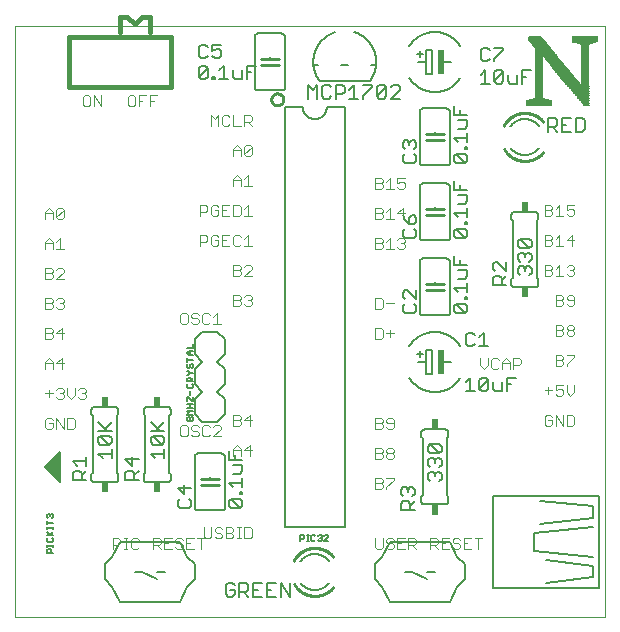
<source format=gto>
G75*
%MOIN*%
%OFA0B0*%
%FSLAX25Y25*%
%IPPOS*%
%LPD*%
%AMOC8*
5,1,8,0,0,1.08239X$1,22.5*
%
%ADD10C,0.00000*%
%ADD11C,0.00300*%
%ADD12R,0.01680X0.00040*%
%ADD13R,0.01720X0.00040*%
%ADD14R,0.01760X0.00040*%
%ADD15R,0.01800X0.00040*%
%ADD16R,0.08640X0.00040*%
%ADD17R,0.08640X0.00040*%
%ADD18R,0.01840X0.00040*%
%ADD19R,0.01880X0.00040*%
%ADD20R,0.01920X0.00040*%
%ADD21R,0.01960X0.00040*%
%ADD22R,0.02000X0.00040*%
%ADD23R,0.02000X0.00040*%
%ADD24R,0.02040X0.00040*%
%ADD25R,0.02080X0.00040*%
%ADD26R,0.02120X0.00040*%
%ADD27R,0.02160X0.00040*%
%ADD28R,0.02200X0.00040*%
%ADD29R,0.02240X0.00040*%
%ADD30R,0.02280X0.00040*%
%ADD31R,0.02320X0.00040*%
%ADD32R,0.02360X0.00040*%
%ADD33R,0.02400X0.00040*%
%ADD34R,0.02440X0.00040*%
%ADD35R,0.02480X0.00040*%
%ADD36R,0.02520X0.00040*%
%ADD37R,0.02560X0.00040*%
%ADD38R,0.02600X0.00040*%
%ADD39R,0.02640X0.00040*%
%ADD40R,0.02680X0.00040*%
%ADD41R,0.02720X0.00040*%
%ADD42R,0.02760X0.00040*%
%ADD43R,0.02800X0.00040*%
%ADD44R,0.02840X0.00040*%
%ADD45R,0.02880X0.00040*%
%ADD46R,0.02880X0.00040*%
%ADD47R,0.02920X0.00040*%
%ADD48R,0.02960X0.00040*%
%ADD49R,0.03000X0.00040*%
%ADD50R,0.03040X0.00040*%
%ADD51R,0.08360X0.00040*%
%ADD52R,0.03080X0.00040*%
%ADD53R,0.08080X0.00040*%
%ADD54R,0.07760X0.00040*%
%ADD55R,0.03120X0.00040*%
%ADD56R,0.07520X0.00040*%
%ADD57R,0.03160X0.00040*%
%ADD58R,0.07200X0.00040*%
%ADD59R,0.03200X0.00040*%
%ADD60R,0.06880X0.00040*%
%ADD61R,0.03240X0.00040*%
%ADD62R,0.06600X0.00040*%
%ADD63R,0.03280X0.00040*%
%ADD64R,0.06280X0.00040*%
%ADD65R,0.06040X0.00040*%
%ADD66R,0.03320X0.00040*%
%ADD67R,0.05720X0.00040*%
%ADD68R,0.03360X0.00040*%
%ADD69R,0.05400X0.00040*%
%ADD70R,0.03400X0.00040*%
%ADD71R,0.05120X0.00040*%
%ADD72R,0.03440X0.00040*%
%ADD73R,0.04840X0.00040*%
%ADD74R,0.03480X0.00040*%
%ADD75R,0.04560X0.00040*%
%ADD76R,0.04240X0.00040*%
%ADD77R,0.03520X0.00040*%
%ADD78R,0.03960X0.00040*%
%ADD79R,0.03560X0.00040*%
%ADD80R,0.03640X0.00040*%
%ADD81R,0.03600X0.00040*%
%ADD82R,0.03360X0.00040*%
%ADD83R,0.03200X0.00040*%
%ADD84R,0.03680X0.00040*%
%ADD85R,0.03720X0.00040*%
%ADD86R,0.03720X0.00040*%
%ADD87R,0.02840X0.00040*%
%ADD88R,0.03760X0.00040*%
%ADD89R,0.03800X0.00040*%
%ADD90R,0.03840X0.00040*%
%ADD91R,0.02760X0.00040*%
%ADD92R,0.03880X0.00040*%
%ADD93R,0.02720X0.00040*%
%ADD94R,0.03920X0.00040*%
%ADD95R,0.02680X0.00040*%
%ADD96R,0.02640X0.00040*%
%ADD97R,0.01400X0.00040*%
%ADD98R,0.02600X0.00040*%
%ADD99R,0.04040X0.00040*%
%ADD100R,0.04080X0.00040*%
%ADD101R,0.02520X0.00040*%
%ADD102R,0.04120X0.00040*%
%ADD103R,0.02440X0.00040*%
%ADD104R,0.04160X0.00040*%
%ADD105R,0.02440X0.00040*%
%ADD106R,0.04200X0.00040*%
%ADD107R,0.04240X0.00040*%
%ADD108R,0.04280X0.00040*%
%ADD109R,0.04320X0.00040*%
%ADD110R,0.04360X0.00040*%
%ADD111R,0.04400X0.00040*%
%ADD112R,0.04440X0.00040*%
%ADD113R,0.04480X0.00040*%
%ADD114R,0.04520X0.00040*%
%ADD115R,0.04560X0.00040*%
%ADD116R,0.04600X0.00040*%
%ADD117R,0.04640X0.00040*%
%ADD118R,0.04680X0.00040*%
%ADD119R,0.04720X0.00040*%
%ADD120R,0.04760X0.00040*%
%ADD121R,0.00240X0.00040*%
%ADD122R,0.04800X0.00040*%
%ADD123R,0.04880X0.00040*%
%ADD124R,0.04920X0.00040*%
%ADD125R,0.04960X0.00040*%
%ADD126R,0.05000X0.00040*%
%ADD127R,0.05040X0.00040*%
%ADD128R,0.05080X0.00040*%
%ADD129R,0.05120X0.00040*%
%ADD130R,0.05160X0.00040*%
%ADD131R,0.05200X0.00040*%
%ADD132R,0.05200X0.00040*%
%ADD133R,0.05240X0.00040*%
%ADD134R,0.05280X0.00040*%
%ADD135R,0.05320X0.00040*%
%ADD136R,0.05360X0.00040*%
%ADD137R,0.05400X0.00040*%
%ADD138R,0.05440X0.00040*%
%ADD139R,0.05480X0.00040*%
%ADD140R,0.05520X0.00040*%
%ADD141R,0.05560X0.00040*%
%ADD142R,0.05600X0.00040*%
%ADD143R,0.05640X0.00040*%
%ADD144R,0.05680X0.00040*%
%ADD145R,0.05760X0.00040*%
%ADD146R,0.05800X0.00040*%
%ADD147R,0.05840X0.00040*%
%ADD148R,0.05880X0.00040*%
%ADD149R,0.05920X0.00040*%
%ADD150R,0.05960X0.00040*%
%ADD151R,0.06000X0.00040*%
%ADD152R,0.06040X0.00040*%
%ADD153R,0.06080X0.00040*%
%ADD154R,0.06120X0.00040*%
%ADD155R,0.06160X0.00040*%
%ADD156R,0.01440X0.00040*%
%ADD157R,0.04720X0.00040*%
%ADD158R,0.06240X0.00040*%
%ADD159R,0.06240X0.00040*%
%ADD160R,0.06320X0.00040*%
%ADD161R,0.06360X0.00040*%
%ADD162R,0.06400X0.00040*%
%ADD163R,0.06440X0.00040*%
%ADD164R,0.06480X0.00040*%
%ADD165R,0.06520X0.00040*%
%ADD166R,0.06560X0.00040*%
%ADD167R,0.03520X0.00040*%
%ADD168R,0.03040X0.00040*%
%ADD169R,0.06640X0.00040*%
%ADD170R,0.06680X0.00040*%
%ADD171R,0.06720X0.00040*%
%ADD172R,0.06760X0.00040*%
%ADD173R,0.06800X0.00040*%
%ADD174R,0.06840X0.00040*%
%ADD175R,0.06880X0.00040*%
%ADD176R,0.06920X0.00040*%
%ADD177R,0.06960X0.00040*%
%ADD178R,0.07000X0.00040*%
%ADD179R,0.07040X0.00040*%
%ADD180R,0.07080X0.00040*%
%ADD181R,0.07080X0.00040*%
%ADD182R,0.07120X0.00040*%
%ADD183R,0.07160X0.00040*%
%ADD184R,0.07200X0.00040*%
%ADD185R,0.07240X0.00040*%
%ADD186R,0.07280X0.00040*%
%ADD187R,0.07320X0.00040*%
%ADD188R,0.07360X0.00040*%
%ADD189R,0.07400X0.00040*%
%ADD190R,0.07440X0.00040*%
%ADD191R,0.07480X0.00040*%
%ADD192R,0.07520X0.00040*%
%ADD193R,0.02520X0.00040*%
%ADD194R,0.05000X0.00040*%
%ADD195R,0.04960X0.00040*%
%ADD196R,0.01720X0.00040*%
%ADD197R,0.00960X0.00040*%
%ADD198R,0.04920X0.00040*%
%ADD199R,0.04920X0.00040*%
%ADD200R,0.04920X0.00040*%
%ADD201R,0.01520X0.00040*%
%ADD202R,0.00880X0.00040*%
%ADD203R,0.00360X0.00040*%
%ADD204R,0.07320X0.00040*%
%ADD205R,0.07320X0.00040*%
%ADD206R,0.07240X0.00040*%
%ADD207R,0.02520X0.00040*%
%ADD208R,0.07120X0.00040*%
%ADD209R,0.07040X0.00040*%
%ADD210R,0.06960X0.00040*%
%ADD211R,0.06920X0.00040*%
%ADD212R,0.06840X0.00040*%
%ADD213R,0.06800X0.00040*%
%ADD214R,0.06720X0.00040*%
%ADD215R,0.06640X0.00040*%
%ADD216R,0.06560X0.00040*%
%ADD217R,0.06520X0.00040*%
%ADD218R,0.06440X0.00040*%
%ADD219R,0.06440X0.00040*%
%ADD220R,0.06400X0.00040*%
%ADD221R,0.06320X0.00040*%
%ADD222R,0.06280X0.00040*%
%ADD223R,0.06240X0.00040*%
%ADD224R,0.06200X0.00040*%
%ADD225R,0.06120X0.00040*%
%ADD226R,0.06040X0.00040*%
%ADD227R,0.05960X0.00040*%
%ADD228R,0.05920X0.00040*%
%ADD229R,0.05880X0.00040*%
%ADD230R,0.05840X0.00040*%
%ADD231R,0.05800X0.00040*%
%ADD232R,0.00640X0.00040*%
%ADD233R,0.05040X0.00040*%
%ADD234R,0.05640X0.00040*%
%ADD235R,0.05600X0.00040*%
%ADD236R,0.05560X0.00040*%
%ADD237R,0.05520X0.00040*%
%ADD238R,0.05440X0.00040*%
%ADD239R,0.05320X0.00040*%
%ADD240R,0.05280X0.00040*%
%ADD241R,0.05240X0.00040*%
%ADD242R,0.05120X0.00040*%
%ADD243R,0.05040X0.00040*%
%ADD244R,0.05040X0.00040*%
%ADD245R,0.03720X0.00040*%
%ADD246R,0.01280X0.00040*%
%ADD247R,0.02920X0.00040*%
%ADD248R,0.03320X0.00040*%
%ADD249R,0.05080X0.00040*%
%ADD250R,0.03600X0.00040*%
%ADD251R,0.04200X0.00040*%
%ADD252R,0.07400X0.00040*%
%ADD253R,0.07720X0.00040*%
%ADD254R,0.08000X0.00040*%
%ADD255R,0.08280X0.00040*%
%ADD256R,0.08440X0.00040*%
%ADD257R,0.08560X0.00040*%
%ADD258R,0.08680X0.00040*%
%ADD259R,0.08760X0.00040*%
%ADD260R,0.08760X0.00040*%
%ADD261R,0.04880X0.00040*%
%ADD262R,0.04800X0.00040*%
%ADD263R,0.04720X0.00040*%
%ADD264R,0.04640X0.00040*%
%ADD265R,0.04520X0.00040*%
%ADD266R,0.04480X0.00040*%
%ADD267R,0.04360X0.00040*%
%ADD268R,0.04320X0.00040*%
%ADD269R,0.03240X0.00040*%
%ADD270R,0.01040X0.00040*%
%ADD271R,0.04120X0.00040*%
%ADD272C,0.00800*%
%ADD273C,0.00500*%
%ADD274C,0.00600*%
%ADD275R,0.02000X0.08000*%
%ADD276C,0.01000*%
%ADD277R,0.02400X0.03400*%
%ADD278C,0.01600*%
D10*
X0001800Y0001800D02*
X0001800Y0198650D01*
X0198650Y0198650D01*
X0198650Y0001800D01*
X0001800Y0001800D01*
D11*
X0034450Y0024450D02*
X0034450Y0028153D01*
X0036302Y0028153D01*
X0036919Y0027536D01*
X0036919Y0026302D01*
X0036302Y0025684D01*
X0034450Y0025684D01*
X0038133Y0024450D02*
X0039368Y0024450D01*
X0038750Y0024450D02*
X0038750Y0028153D01*
X0038133Y0028153D02*
X0039368Y0028153D01*
X0040589Y0027536D02*
X0040589Y0025067D01*
X0041206Y0024450D01*
X0042440Y0024450D01*
X0043057Y0025067D01*
X0043057Y0027536D02*
X0042440Y0028153D01*
X0041206Y0028153D01*
X0040589Y0027536D01*
X0047955Y0028153D02*
X0047955Y0024450D01*
X0047955Y0025684D02*
X0049806Y0025684D01*
X0050424Y0026302D01*
X0050424Y0027536D01*
X0049806Y0028153D01*
X0047955Y0028153D01*
X0049189Y0025684D02*
X0050424Y0024450D01*
X0051638Y0024450D02*
X0054107Y0024450D01*
X0055321Y0025067D02*
X0055938Y0024450D01*
X0057173Y0024450D01*
X0057790Y0025067D01*
X0057790Y0025684D01*
X0057173Y0026302D01*
X0055938Y0026302D01*
X0055321Y0026919D01*
X0055321Y0027536D01*
X0055938Y0028153D01*
X0057173Y0028153D01*
X0057790Y0027536D01*
X0059004Y0028153D02*
X0059004Y0024450D01*
X0061473Y0024450D01*
X0060239Y0026302D02*
X0059004Y0026302D01*
X0059004Y0028153D02*
X0061473Y0028153D01*
X0062687Y0028153D02*
X0065156Y0028153D01*
X0065379Y0027950D02*
X0066614Y0027950D01*
X0067231Y0028567D01*
X0067231Y0031653D01*
X0068445Y0031036D02*
X0068445Y0030419D01*
X0069062Y0029802D01*
X0070297Y0029802D01*
X0070914Y0029184D01*
X0070914Y0028567D01*
X0070297Y0027950D01*
X0069062Y0027950D01*
X0068445Y0028567D01*
X0068445Y0031036D02*
X0069062Y0031653D01*
X0070297Y0031653D01*
X0070914Y0031036D01*
X0072128Y0031653D02*
X0073980Y0031653D01*
X0074597Y0031036D01*
X0074597Y0030419D01*
X0073980Y0029802D01*
X0072128Y0029802D01*
X0072128Y0031653D02*
X0072128Y0027950D01*
X0073980Y0027950D01*
X0074597Y0028567D01*
X0074597Y0029184D01*
X0073980Y0029802D01*
X0075811Y0031653D02*
X0077046Y0031653D01*
X0076429Y0031653D02*
X0076429Y0027950D01*
X0077046Y0027950D02*
X0075811Y0027950D01*
X0078267Y0027950D02*
X0080118Y0027950D01*
X0080736Y0028567D01*
X0080736Y0031036D01*
X0080118Y0031653D01*
X0078267Y0031653D01*
X0078267Y0027950D01*
X0065379Y0027950D02*
X0064762Y0028567D01*
X0064762Y0031653D01*
X0063922Y0028153D02*
X0063922Y0024450D01*
X0054107Y0028153D02*
X0051638Y0028153D01*
X0051638Y0024450D01*
X0051638Y0026302D02*
X0052872Y0026302D01*
X0074584Y0055450D02*
X0074584Y0057919D01*
X0075818Y0059153D01*
X0077052Y0057919D01*
X0077052Y0055450D01*
X0077052Y0057302D02*
X0074584Y0057302D01*
X0078267Y0057302D02*
X0080736Y0057302D01*
X0080118Y0059153D02*
X0080118Y0055450D01*
X0078267Y0057302D02*
X0080118Y0059153D01*
X0080118Y0065450D02*
X0080118Y0069153D01*
X0078267Y0067302D01*
X0080736Y0067302D01*
X0077052Y0067919D02*
X0076435Y0067302D01*
X0074584Y0067302D01*
X0074584Y0069153D02*
X0076435Y0069153D01*
X0077052Y0068536D01*
X0077052Y0067919D01*
X0076435Y0067302D02*
X0077052Y0066684D01*
X0077052Y0066067D01*
X0076435Y0065450D01*
X0074584Y0065450D01*
X0074584Y0069153D01*
X0070468Y0065036D02*
X0069851Y0065653D01*
X0068617Y0065653D01*
X0067999Y0065036D01*
X0066785Y0065036D02*
X0066168Y0065653D01*
X0064933Y0065653D01*
X0064316Y0065036D01*
X0064316Y0062567D01*
X0064933Y0061950D01*
X0066168Y0061950D01*
X0066785Y0062567D01*
X0067999Y0061950D02*
X0070468Y0064419D01*
X0070468Y0065036D01*
X0070468Y0061950D02*
X0067999Y0061950D01*
X0063102Y0062567D02*
X0062485Y0061950D01*
X0061250Y0061950D01*
X0060633Y0062567D01*
X0059419Y0062567D02*
X0059419Y0065036D01*
X0058802Y0065653D01*
X0057567Y0065653D01*
X0056950Y0065036D01*
X0056950Y0062567D01*
X0057567Y0061950D01*
X0058802Y0061950D01*
X0059419Y0062567D01*
X0061250Y0063802D02*
X0062485Y0063802D01*
X0063102Y0063184D01*
X0063102Y0062567D01*
X0061250Y0063802D02*
X0060633Y0064419D01*
X0060633Y0065036D01*
X0061250Y0065653D01*
X0062485Y0065653D01*
X0063102Y0065036D01*
X0062485Y0099450D02*
X0061250Y0099450D01*
X0060633Y0100067D01*
X0059419Y0100067D02*
X0058802Y0099450D01*
X0057567Y0099450D01*
X0056950Y0100067D01*
X0056950Y0102536D01*
X0057567Y0103153D01*
X0058802Y0103153D01*
X0059419Y0102536D01*
X0059419Y0100067D01*
X0061250Y0101302D02*
X0060633Y0101919D01*
X0060633Y0102536D01*
X0061250Y0103153D01*
X0062485Y0103153D01*
X0063102Y0102536D01*
X0064316Y0102536D02*
X0064316Y0100067D01*
X0064933Y0099450D01*
X0066168Y0099450D01*
X0066785Y0100067D01*
X0067999Y0099450D02*
X0070468Y0099450D01*
X0069234Y0099450D02*
X0069234Y0103153D01*
X0067999Y0101919D01*
X0066785Y0102536D02*
X0066168Y0103153D01*
X0064933Y0103153D01*
X0064316Y0102536D01*
X0062485Y0101302D02*
X0061250Y0101302D01*
X0062485Y0101302D02*
X0063102Y0100684D01*
X0063102Y0100067D01*
X0062485Y0099450D01*
X0074584Y0105450D02*
X0076435Y0105450D01*
X0077052Y0106067D01*
X0077052Y0106684D01*
X0076435Y0107302D01*
X0074584Y0107302D01*
X0074584Y0109153D02*
X0074584Y0105450D01*
X0076435Y0107302D02*
X0077052Y0107919D01*
X0077052Y0108536D01*
X0076435Y0109153D01*
X0074584Y0109153D01*
X0078267Y0108536D02*
X0078884Y0109153D01*
X0080118Y0109153D01*
X0080736Y0108536D01*
X0080736Y0107919D01*
X0080118Y0107302D01*
X0080736Y0106684D01*
X0080736Y0106067D01*
X0080118Y0105450D01*
X0078884Y0105450D01*
X0078267Y0106067D01*
X0079501Y0107302D02*
X0080118Y0107302D01*
X0080736Y0115450D02*
X0078267Y0115450D01*
X0080736Y0117919D01*
X0080736Y0118536D01*
X0080118Y0119153D01*
X0078884Y0119153D01*
X0078267Y0118536D01*
X0077052Y0118536D02*
X0077052Y0117919D01*
X0076435Y0117302D01*
X0074584Y0117302D01*
X0074584Y0119153D02*
X0074584Y0115450D01*
X0076435Y0115450D01*
X0077052Y0116067D01*
X0077052Y0116684D01*
X0076435Y0117302D01*
X0077052Y0118536D02*
X0076435Y0119153D01*
X0074584Y0119153D01*
X0075201Y0125450D02*
X0076435Y0125450D01*
X0077052Y0126067D01*
X0078267Y0125450D02*
X0080736Y0125450D01*
X0079501Y0125450D02*
X0079501Y0129153D01*
X0078267Y0127919D01*
X0077052Y0128536D02*
X0076435Y0129153D01*
X0075201Y0129153D01*
X0074584Y0128536D01*
X0074584Y0126067D01*
X0075201Y0125450D01*
X0073369Y0125450D02*
X0070901Y0125450D01*
X0070901Y0129153D01*
X0073369Y0129153D01*
X0072135Y0127302D02*
X0070901Y0127302D01*
X0069686Y0127302D02*
X0069686Y0126067D01*
X0069069Y0125450D01*
X0067835Y0125450D01*
X0067217Y0126067D01*
X0067217Y0128536D01*
X0067835Y0129153D01*
X0069069Y0129153D01*
X0069686Y0128536D01*
X0069686Y0127302D02*
X0068452Y0127302D01*
X0066003Y0127302D02*
X0065386Y0126684D01*
X0063534Y0126684D01*
X0063534Y0125450D02*
X0063534Y0129153D01*
X0065386Y0129153D01*
X0066003Y0128536D01*
X0066003Y0127302D01*
X0067835Y0135450D02*
X0069069Y0135450D01*
X0069686Y0136067D01*
X0069686Y0137302D01*
X0068452Y0137302D01*
X0069686Y0138536D02*
X0069069Y0139153D01*
X0067835Y0139153D01*
X0067217Y0138536D01*
X0067217Y0136067D01*
X0067835Y0135450D01*
X0066003Y0137302D02*
X0065386Y0136684D01*
X0063534Y0136684D01*
X0063534Y0135450D02*
X0063534Y0139153D01*
X0065386Y0139153D01*
X0066003Y0138536D01*
X0066003Y0137302D01*
X0070901Y0137302D02*
X0072135Y0137302D01*
X0073369Y0139153D02*
X0070901Y0139153D01*
X0070901Y0135450D01*
X0073369Y0135450D01*
X0074584Y0135450D02*
X0076435Y0135450D01*
X0077052Y0136067D01*
X0077052Y0138536D01*
X0076435Y0139153D01*
X0074584Y0139153D01*
X0074584Y0135450D01*
X0078267Y0135450D02*
X0080736Y0135450D01*
X0079501Y0135450D02*
X0079501Y0139153D01*
X0078267Y0137919D01*
X0078267Y0145450D02*
X0080736Y0145450D01*
X0079501Y0145450D02*
X0079501Y0149153D01*
X0078267Y0147919D01*
X0077052Y0147919D02*
X0077052Y0145450D01*
X0077052Y0147302D02*
X0074584Y0147302D01*
X0074584Y0147919D02*
X0075818Y0149153D01*
X0077052Y0147919D01*
X0074584Y0147919D02*
X0074584Y0145450D01*
X0074584Y0155450D02*
X0074584Y0157919D01*
X0075818Y0159153D01*
X0077052Y0157919D01*
X0077052Y0155450D01*
X0078267Y0156067D02*
X0080736Y0158536D01*
X0080736Y0156067D01*
X0080118Y0155450D01*
X0078884Y0155450D01*
X0078267Y0156067D01*
X0078267Y0158536D01*
X0078884Y0159153D01*
X0080118Y0159153D01*
X0080736Y0158536D01*
X0077052Y0157302D02*
X0074584Y0157302D01*
X0074584Y0165450D02*
X0077052Y0165450D01*
X0078267Y0165450D02*
X0078267Y0169153D01*
X0080118Y0169153D01*
X0080736Y0168536D01*
X0080736Y0167302D01*
X0080118Y0166684D01*
X0078267Y0166684D01*
X0079501Y0166684D02*
X0080736Y0165450D01*
X0074584Y0165450D02*
X0074584Y0169153D01*
X0073369Y0168536D02*
X0072752Y0169153D01*
X0071518Y0169153D01*
X0070901Y0168536D01*
X0070901Y0166067D01*
X0071518Y0165450D01*
X0072752Y0165450D01*
X0073369Y0166067D01*
X0069686Y0165450D02*
X0069686Y0169153D01*
X0068452Y0167919D01*
X0067217Y0169153D01*
X0067217Y0165450D01*
X0049285Y0175653D02*
X0046816Y0175653D01*
X0046816Y0171950D01*
X0046816Y0173802D02*
X0048051Y0173802D01*
X0045602Y0175653D02*
X0043133Y0175653D01*
X0043133Y0171950D01*
X0041919Y0172567D02*
X0041919Y0175036D01*
X0041302Y0175653D01*
X0040067Y0175653D01*
X0039450Y0175036D01*
X0039450Y0172567D01*
X0040067Y0171950D01*
X0041302Y0171950D01*
X0041919Y0172567D01*
X0043133Y0173802D02*
X0044368Y0173802D01*
X0030602Y0175653D02*
X0030602Y0171950D01*
X0028133Y0175653D01*
X0028133Y0171950D01*
X0026919Y0172567D02*
X0026919Y0175036D01*
X0026302Y0175653D01*
X0025067Y0175653D01*
X0024450Y0175036D01*
X0024450Y0172567D01*
X0025067Y0171950D01*
X0026302Y0171950D01*
X0026919Y0172567D01*
X0017485Y0138153D02*
X0018102Y0137536D01*
X0015633Y0135067D01*
X0016250Y0134450D01*
X0017485Y0134450D01*
X0018102Y0135067D01*
X0018102Y0137536D01*
X0017485Y0138153D02*
X0016250Y0138153D01*
X0015633Y0137536D01*
X0015633Y0135067D01*
X0014419Y0134450D02*
X0014419Y0136919D01*
X0013184Y0138153D01*
X0011950Y0136919D01*
X0011950Y0134450D01*
X0011950Y0136302D02*
X0014419Y0136302D01*
X0013184Y0128153D02*
X0011950Y0126919D01*
X0011950Y0124450D01*
X0011950Y0126302D02*
X0014419Y0126302D01*
X0014419Y0126919D02*
X0014419Y0124450D01*
X0015633Y0124450D02*
X0018102Y0124450D01*
X0016868Y0124450D02*
X0016868Y0128153D01*
X0015633Y0126919D01*
X0014419Y0126919D02*
X0013184Y0128153D01*
X0013802Y0118153D02*
X0011950Y0118153D01*
X0011950Y0114450D01*
X0013802Y0114450D01*
X0014419Y0115067D01*
X0014419Y0115684D01*
X0013802Y0116302D01*
X0011950Y0116302D01*
X0013802Y0116302D02*
X0014419Y0116919D01*
X0014419Y0117536D01*
X0013802Y0118153D01*
X0015633Y0117536D02*
X0016250Y0118153D01*
X0017485Y0118153D01*
X0018102Y0117536D01*
X0018102Y0116919D01*
X0015633Y0114450D01*
X0018102Y0114450D01*
X0017485Y0108153D02*
X0018102Y0107536D01*
X0018102Y0106919D01*
X0017485Y0106302D01*
X0018102Y0105684D01*
X0018102Y0105067D01*
X0017485Y0104450D01*
X0016250Y0104450D01*
X0015633Y0105067D01*
X0014419Y0105067D02*
X0013802Y0104450D01*
X0011950Y0104450D01*
X0011950Y0108153D01*
X0013802Y0108153D01*
X0014419Y0107536D01*
X0014419Y0106919D01*
X0013802Y0106302D01*
X0011950Y0106302D01*
X0013802Y0106302D02*
X0014419Y0105684D01*
X0014419Y0105067D01*
X0016868Y0106302D02*
X0017485Y0106302D01*
X0017485Y0108153D02*
X0016250Y0108153D01*
X0015633Y0107536D01*
X0013802Y0098153D02*
X0011950Y0098153D01*
X0011950Y0094450D01*
X0013802Y0094450D01*
X0014419Y0095067D01*
X0014419Y0095684D01*
X0013802Y0096302D01*
X0011950Y0096302D01*
X0013802Y0096302D02*
X0014419Y0096919D01*
X0014419Y0097536D01*
X0013802Y0098153D01*
X0015633Y0096302D02*
X0018102Y0096302D01*
X0017485Y0098153D02*
X0017485Y0094450D01*
X0015633Y0096302D02*
X0017485Y0098153D01*
X0017485Y0088153D02*
X0015633Y0086302D01*
X0018102Y0086302D01*
X0017485Y0088153D02*
X0017485Y0084450D01*
X0014419Y0084450D02*
X0014419Y0086919D01*
X0013184Y0088153D01*
X0011950Y0086919D01*
X0011950Y0084450D01*
X0011950Y0086302D02*
X0014419Y0086302D01*
X0016250Y0078153D02*
X0015633Y0077536D01*
X0016250Y0078153D02*
X0017485Y0078153D01*
X0018102Y0077536D01*
X0018102Y0076919D01*
X0017485Y0076302D01*
X0018102Y0075684D01*
X0018102Y0075067D01*
X0017485Y0074450D01*
X0016250Y0074450D01*
X0015633Y0075067D01*
X0014419Y0076302D02*
X0011950Y0076302D01*
X0013184Y0077536D02*
X0013184Y0075067D01*
X0016868Y0076302D02*
X0017485Y0076302D01*
X0019316Y0075684D02*
X0019316Y0078153D01*
X0019316Y0075684D02*
X0020551Y0074450D01*
X0021785Y0075684D01*
X0021785Y0078153D01*
X0022999Y0077536D02*
X0023617Y0078153D01*
X0024851Y0078153D01*
X0025468Y0077536D01*
X0025468Y0076919D01*
X0024851Y0076302D01*
X0025468Y0075684D01*
X0025468Y0075067D01*
X0024851Y0074450D01*
X0023617Y0074450D01*
X0022999Y0075067D01*
X0024234Y0076302D02*
X0024851Y0076302D01*
X0021168Y0068153D02*
X0019316Y0068153D01*
X0019316Y0064450D01*
X0021168Y0064450D01*
X0021785Y0065067D01*
X0021785Y0067536D01*
X0021168Y0068153D01*
X0018102Y0068153D02*
X0018102Y0064450D01*
X0015633Y0068153D01*
X0015633Y0064450D01*
X0014419Y0065067D02*
X0014419Y0066302D01*
X0013184Y0066302D01*
X0011950Y0067536D02*
X0011950Y0065067D01*
X0012567Y0064450D01*
X0013802Y0064450D01*
X0014419Y0065067D01*
X0014419Y0067536D02*
X0013802Y0068153D01*
X0012567Y0068153D01*
X0011950Y0067536D01*
X0121950Y0068153D02*
X0121950Y0064450D01*
X0123802Y0064450D01*
X0124419Y0065067D01*
X0124419Y0065684D01*
X0123802Y0066302D01*
X0121950Y0066302D01*
X0121950Y0068153D02*
X0123802Y0068153D01*
X0124419Y0067536D01*
X0124419Y0066919D01*
X0123802Y0066302D01*
X0125633Y0066919D02*
X0125633Y0067536D01*
X0126250Y0068153D01*
X0127485Y0068153D01*
X0128102Y0067536D01*
X0128102Y0065067D01*
X0127485Y0064450D01*
X0126250Y0064450D01*
X0125633Y0065067D01*
X0126250Y0066302D02*
X0128102Y0066302D01*
X0126250Y0066302D02*
X0125633Y0066919D01*
X0126250Y0058153D02*
X0127485Y0058153D01*
X0128102Y0057536D01*
X0128102Y0056919D01*
X0127485Y0056302D01*
X0126250Y0056302D01*
X0125633Y0056919D01*
X0125633Y0057536D01*
X0126250Y0058153D01*
X0126250Y0056302D02*
X0125633Y0055684D01*
X0125633Y0055067D01*
X0126250Y0054450D01*
X0127485Y0054450D01*
X0128102Y0055067D01*
X0128102Y0055684D01*
X0127485Y0056302D01*
X0124419Y0056919D02*
X0123802Y0056302D01*
X0121950Y0056302D01*
X0121950Y0058153D02*
X0121950Y0054450D01*
X0123802Y0054450D01*
X0124419Y0055067D01*
X0124419Y0055684D01*
X0123802Y0056302D01*
X0124419Y0056919D02*
X0124419Y0057536D01*
X0123802Y0058153D01*
X0121950Y0058153D01*
X0121950Y0048153D02*
X0123802Y0048153D01*
X0124419Y0047536D01*
X0124419Y0046919D01*
X0123802Y0046302D01*
X0121950Y0046302D01*
X0121950Y0048153D02*
X0121950Y0044450D01*
X0123802Y0044450D01*
X0124419Y0045067D01*
X0124419Y0045684D01*
X0123802Y0046302D01*
X0125633Y0045067D02*
X0125633Y0044450D01*
X0125633Y0045067D02*
X0128102Y0047536D01*
X0128102Y0048153D01*
X0125633Y0048153D01*
X0126250Y0028153D02*
X0125633Y0027536D01*
X0125633Y0026919D01*
X0126250Y0026302D01*
X0127485Y0026302D01*
X0128102Y0025684D01*
X0128102Y0025067D01*
X0127485Y0024450D01*
X0126250Y0024450D01*
X0125633Y0025067D01*
X0124419Y0025067D02*
X0124419Y0028153D01*
X0126250Y0028153D02*
X0127485Y0028153D01*
X0128102Y0027536D01*
X0129316Y0028153D02*
X0129316Y0024450D01*
X0131785Y0024450D01*
X0132999Y0024450D02*
X0132999Y0028153D01*
X0134851Y0028153D01*
X0135468Y0027536D01*
X0135468Y0026302D01*
X0134851Y0025684D01*
X0132999Y0025684D01*
X0134234Y0025684D02*
X0135468Y0024450D01*
X0140366Y0024450D02*
X0140366Y0028153D01*
X0142217Y0028153D01*
X0142834Y0027536D01*
X0142834Y0026302D01*
X0142217Y0025684D01*
X0140366Y0025684D01*
X0141600Y0025684D02*
X0142834Y0024450D01*
X0144049Y0024450D02*
X0146518Y0024450D01*
X0147732Y0025067D02*
X0148349Y0024450D01*
X0149584Y0024450D01*
X0150201Y0025067D01*
X0150201Y0025684D01*
X0149584Y0026302D01*
X0148349Y0026302D01*
X0147732Y0026919D01*
X0147732Y0027536D01*
X0148349Y0028153D01*
X0149584Y0028153D01*
X0150201Y0027536D01*
X0151415Y0028153D02*
X0151415Y0024450D01*
X0153884Y0024450D01*
X0152650Y0026302D02*
X0151415Y0026302D01*
X0151415Y0028153D02*
X0153884Y0028153D01*
X0155098Y0028153D02*
X0157567Y0028153D01*
X0156333Y0028153D02*
X0156333Y0024450D01*
X0146518Y0028153D02*
X0144049Y0028153D01*
X0144049Y0024450D01*
X0144049Y0026302D02*
X0145283Y0026302D01*
X0131785Y0028153D02*
X0129316Y0028153D01*
X0129316Y0026302D02*
X0130551Y0026302D01*
X0124419Y0025067D02*
X0123802Y0024450D01*
X0122567Y0024450D01*
X0121950Y0025067D01*
X0121950Y0028153D01*
X0158184Y0084450D02*
X0159419Y0085684D01*
X0159419Y0088153D01*
X0160633Y0087536D02*
X0160633Y0085067D01*
X0161250Y0084450D01*
X0162485Y0084450D01*
X0163102Y0085067D01*
X0164316Y0084450D02*
X0164316Y0086919D01*
X0165551Y0088153D01*
X0166785Y0086919D01*
X0166785Y0084450D01*
X0167999Y0084450D02*
X0167999Y0088153D01*
X0169851Y0088153D01*
X0170468Y0087536D01*
X0170468Y0086302D01*
X0169851Y0085684D01*
X0167999Y0085684D01*
X0166785Y0086302D02*
X0164316Y0086302D01*
X0163102Y0087536D02*
X0162485Y0088153D01*
X0161250Y0088153D01*
X0160633Y0087536D01*
X0156950Y0088153D02*
X0156950Y0085684D01*
X0158184Y0084450D01*
X0178401Y0077302D02*
X0180869Y0077302D01*
X0182084Y0077302D02*
X0182084Y0079153D01*
X0184552Y0079153D01*
X0185767Y0079153D02*
X0185767Y0076684D01*
X0187001Y0075450D01*
X0188236Y0076684D01*
X0188236Y0079153D01*
X0184552Y0077302D02*
X0184552Y0076067D01*
X0183935Y0075450D01*
X0182701Y0075450D01*
X0182084Y0076067D01*
X0182084Y0077302D02*
X0183318Y0077919D01*
X0183935Y0077919D01*
X0184552Y0077302D01*
X0179635Y0078536D02*
X0179635Y0076067D01*
X0180252Y0069153D02*
X0179018Y0069153D01*
X0178401Y0068536D01*
X0178401Y0066067D01*
X0179018Y0065450D01*
X0180252Y0065450D01*
X0180869Y0066067D01*
X0180869Y0067302D01*
X0179635Y0067302D01*
X0180869Y0068536D02*
X0180252Y0069153D01*
X0182084Y0069153D02*
X0182084Y0065450D01*
X0184552Y0065450D02*
X0182084Y0069153D01*
X0184552Y0069153D02*
X0184552Y0065450D01*
X0185767Y0065450D02*
X0185767Y0069153D01*
X0187618Y0069153D01*
X0188236Y0068536D01*
X0188236Y0066067D01*
X0187618Y0065450D01*
X0185767Y0065450D01*
X0185767Y0085450D02*
X0185767Y0086067D01*
X0188236Y0088536D01*
X0188236Y0089153D01*
X0185767Y0089153D01*
X0184552Y0088536D02*
X0184552Y0087919D01*
X0183935Y0087302D01*
X0182084Y0087302D01*
X0182084Y0089153D02*
X0182084Y0085450D01*
X0183935Y0085450D01*
X0184552Y0086067D01*
X0184552Y0086684D01*
X0183935Y0087302D01*
X0184552Y0088536D02*
X0183935Y0089153D01*
X0182084Y0089153D01*
X0182084Y0095450D02*
X0183935Y0095450D01*
X0184552Y0096067D01*
X0184552Y0096684D01*
X0183935Y0097302D01*
X0182084Y0097302D01*
X0182084Y0099153D02*
X0182084Y0095450D01*
X0183935Y0097302D02*
X0184552Y0097919D01*
X0184552Y0098536D01*
X0183935Y0099153D01*
X0182084Y0099153D01*
X0185767Y0098536D02*
X0185767Y0097919D01*
X0186384Y0097302D01*
X0187618Y0097302D01*
X0188236Y0096684D01*
X0188236Y0096067D01*
X0187618Y0095450D01*
X0186384Y0095450D01*
X0185767Y0096067D01*
X0185767Y0096684D01*
X0186384Y0097302D01*
X0187618Y0097302D02*
X0188236Y0097919D01*
X0188236Y0098536D01*
X0187618Y0099153D01*
X0186384Y0099153D01*
X0185767Y0098536D01*
X0186384Y0105450D02*
X0187618Y0105450D01*
X0188236Y0106067D01*
X0188236Y0108536D01*
X0187618Y0109153D01*
X0186384Y0109153D01*
X0185767Y0108536D01*
X0185767Y0107919D01*
X0186384Y0107302D01*
X0188236Y0107302D01*
X0186384Y0105450D02*
X0185767Y0106067D01*
X0184552Y0106067D02*
X0183935Y0105450D01*
X0182084Y0105450D01*
X0182084Y0109153D01*
X0183935Y0109153D01*
X0184552Y0108536D01*
X0184552Y0107919D01*
X0183935Y0107302D01*
X0182084Y0107302D01*
X0183935Y0107302D02*
X0184552Y0106684D01*
X0184552Y0106067D01*
X0184552Y0115450D02*
X0182084Y0115450D01*
X0183318Y0115450D02*
X0183318Y0119153D01*
X0182084Y0117919D01*
X0180869Y0117919D02*
X0180869Y0118536D01*
X0180252Y0119153D01*
X0178401Y0119153D01*
X0178401Y0115450D01*
X0180252Y0115450D01*
X0180869Y0116067D01*
X0180869Y0116684D01*
X0180252Y0117302D01*
X0178401Y0117302D01*
X0180252Y0117302D02*
X0180869Y0117919D01*
X0185767Y0118536D02*
X0186384Y0119153D01*
X0187618Y0119153D01*
X0188236Y0118536D01*
X0188236Y0117919D01*
X0187618Y0117302D01*
X0188236Y0116684D01*
X0188236Y0116067D01*
X0187618Y0115450D01*
X0186384Y0115450D01*
X0185767Y0116067D01*
X0187001Y0117302D02*
X0187618Y0117302D01*
X0187618Y0125450D02*
X0187618Y0129153D01*
X0185767Y0127302D01*
X0188236Y0127302D01*
X0184552Y0125450D02*
X0182084Y0125450D01*
X0183318Y0125450D02*
X0183318Y0129153D01*
X0182084Y0127919D01*
X0180869Y0127919D02*
X0180869Y0128536D01*
X0180252Y0129153D01*
X0178401Y0129153D01*
X0178401Y0125450D01*
X0180252Y0125450D01*
X0180869Y0126067D01*
X0180869Y0126684D01*
X0180252Y0127302D01*
X0178401Y0127302D01*
X0180252Y0127302D02*
X0180869Y0127919D01*
X0180252Y0135450D02*
X0178401Y0135450D01*
X0178401Y0139153D01*
X0180252Y0139153D01*
X0180869Y0138536D01*
X0180869Y0137919D01*
X0180252Y0137302D01*
X0178401Y0137302D01*
X0180252Y0137302D02*
X0180869Y0136684D01*
X0180869Y0136067D01*
X0180252Y0135450D01*
X0182084Y0135450D02*
X0184552Y0135450D01*
X0183318Y0135450D02*
X0183318Y0139153D01*
X0182084Y0137919D01*
X0185767Y0137302D02*
X0187001Y0137919D01*
X0187618Y0137919D01*
X0188236Y0137302D01*
X0188236Y0136067D01*
X0187618Y0135450D01*
X0186384Y0135450D01*
X0185767Y0136067D01*
X0185767Y0137302D02*
X0185767Y0139153D01*
X0188236Y0139153D01*
X0131785Y0136302D02*
X0129316Y0136302D01*
X0131168Y0138153D01*
X0131168Y0134450D01*
X0128102Y0134450D02*
X0125633Y0134450D01*
X0126868Y0134450D02*
X0126868Y0138153D01*
X0125633Y0136919D01*
X0124419Y0136919D02*
X0123802Y0136302D01*
X0121950Y0136302D01*
X0121950Y0138153D02*
X0121950Y0134450D01*
X0123802Y0134450D01*
X0124419Y0135067D01*
X0124419Y0135684D01*
X0123802Y0136302D01*
X0124419Y0136919D02*
X0124419Y0137536D01*
X0123802Y0138153D01*
X0121950Y0138153D01*
X0121950Y0144450D02*
X0123802Y0144450D01*
X0124419Y0145067D01*
X0124419Y0145684D01*
X0123802Y0146302D01*
X0121950Y0146302D01*
X0121950Y0148153D02*
X0121950Y0144450D01*
X0123802Y0146302D02*
X0124419Y0146919D01*
X0124419Y0147536D01*
X0123802Y0148153D01*
X0121950Y0148153D01*
X0125633Y0146919D02*
X0126868Y0148153D01*
X0126868Y0144450D01*
X0128102Y0144450D02*
X0125633Y0144450D01*
X0129316Y0145067D02*
X0129933Y0144450D01*
X0131168Y0144450D01*
X0131785Y0145067D01*
X0131785Y0146302D01*
X0131168Y0146919D01*
X0130551Y0146919D01*
X0129316Y0146302D01*
X0129316Y0148153D01*
X0131785Y0148153D01*
X0131168Y0128153D02*
X0129933Y0128153D01*
X0129316Y0127536D01*
X0130551Y0126302D02*
X0131168Y0126302D01*
X0131785Y0125684D01*
X0131785Y0125067D01*
X0131168Y0124450D01*
X0129933Y0124450D01*
X0129316Y0125067D01*
X0128102Y0124450D02*
X0125633Y0124450D01*
X0126868Y0124450D02*
X0126868Y0128153D01*
X0125633Y0126919D01*
X0124419Y0126919D02*
X0123802Y0126302D01*
X0121950Y0126302D01*
X0121950Y0128153D02*
X0123802Y0128153D01*
X0124419Y0127536D01*
X0124419Y0126919D01*
X0123802Y0126302D02*
X0124419Y0125684D01*
X0124419Y0125067D01*
X0123802Y0124450D01*
X0121950Y0124450D01*
X0121950Y0128153D01*
X0131168Y0128153D02*
X0131785Y0127536D01*
X0131785Y0126919D01*
X0131168Y0126302D01*
X0123802Y0108153D02*
X0121950Y0108153D01*
X0121950Y0104450D01*
X0123802Y0104450D01*
X0124419Y0105067D01*
X0124419Y0107536D01*
X0123802Y0108153D01*
X0125633Y0106302D02*
X0128102Y0106302D01*
X0123802Y0098153D02*
X0121950Y0098153D01*
X0121950Y0094450D01*
X0123802Y0094450D01*
X0124419Y0095067D01*
X0124419Y0097536D01*
X0123802Y0098153D01*
X0125633Y0096302D02*
X0128102Y0096302D01*
X0126868Y0097536D02*
X0126868Y0095067D01*
D12*
X0192420Y0172080D03*
D13*
X0192400Y0172120D03*
D14*
X0192380Y0172160D03*
D15*
X0192360Y0172200D03*
X0192360Y0172240D03*
X0188000Y0181200D03*
D16*
X0176580Y0173640D03*
X0176580Y0173600D03*
X0176580Y0173560D03*
X0176580Y0173520D03*
X0176580Y0173440D03*
X0176580Y0173400D03*
X0176580Y0173360D03*
X0176580Y0173320D03*
X0176580Y0173240D03*
X0176580Y0173200D03*
X0176580Y0173160D03*
X0176580Y0173120D03*
X0176580Y0173040D03*
X0176580Y0173000D03*
X0176580Y0172960D03*
X0176580Y0172920D03*
X0176580Y0172840D03*
X0176580Y0172800D03*
X0176580Y0172760D03*
X0176580Y0172720D03*
X0176580Y0172640D03*
X0176580Y0172600D03*
X0176580Y0172560D03*
X0176580Y0172520D03*
X0176580Y0172440D03*
X0176580Y0172400D03*
X0176580Y0172360D03*
X0176580Y0172320D03*
X0176580Y0172240D03*
D17*
X0176580Y0172280D03*
X0176580Y0172480D03*
X0176580Y0172680D03*
X0176580Y0172880D03*
X0176580Y0173080D03*
X0176580Y0173280D03*
X0176580Y0173480D03*
X0176580Y0173680D03*
D18*
X0192340Y0172280D03*
D19*
X0192320Y0172320D03*
D20*
X0192300Y0172360D03*
D21*
X0192280Y0172400D03*
D22*
X0192260Y0172440D03*
D23*
X0192260Y0172480D03*
D24*
X0192240Y0172520D03*
D25*
X0192220Y0172560D03*
D26*
X0192200Y0172600D03*
D27*
X0192180Y0172640D03*
X0176620Y0175760D03*
X0176620Y0178320D03*
D28*
X0192160Y0172680D03*
D29*
X0192140Y0172720D03*
X0192140Y0172760D03*
D30*
X0192120Y0172800D03*
D31*
X0192100Y0172840D03*
D32*
X0192080Y0172880D03*
D33*
X0192060Y0172920D03*
D34*
X0192040Y0172960D03*
X0192040Y0173000D03*
D35*
X0192020Y0173040D03*
X0176500Y0175000D03*
D36*
X0192000Y0173080D03*
X0192000Y0179080D03*
X0192000Y0179280D03*
X0192000Y0179480D03*
X0192000Y0179680D03*
X0192000Y0179880D03*
X0192000Y0180080D03*
X0192000Y0180280D03*
X0192000Y0180480D03*
X0192000Y0180680D03*
X0192000Y0180880D03*
X0192000Y0181080D03*
X0192000Y0181280D03*
X0192000Y0181480D03*
X0192000Y0181680D03*
X0192000Y0181880D03*
X0192000Y0182080D03*
X0192000Y0182280D03*
X0192000Y0182480D03*
X0192000Y0182680D03*
X0192000Y0182880D03*
X0192000Y0183080D03*
X0192000Y0183280D03*
X0192000Y0183480D03*
X0192000Y0183680D03*
X0192000Y0183880D03*
X0192000Y0184080D03*
X0192000Y0184280D03*
X0192000Y0184480D03*
X0192000Y0184680D03*
X0192000Y0184880D03*
X0192000Y0185080D03*
X0192000Y0185280D03*
X0192000Y0185480D03*
X0192000Y0185680D03*
X0192000Y0185880D03*
X0192000Y0186080D03*
X0192000Y0186280D03*
X0192000Y0186480D03*
X0192000Y0186680D03*
X0192000Y0186880D03*
X0192000Y0187080D03*
X0192000Y0187280D03*
X0192000Y0187480D03*
X0192000Y0187680D03*
X0192000Y0187880D03*
X0192000Y0188080D03*
X0192000Y0188280D03*
X0192000Y0188480D03*
X0192000Y0188680D03*
X0192000Y0188880D03*
X0192000Y0189080D03*
X0192000Y0189280D03*
X0192000Y0189480D03*
X0192000Y0189680D03*
X0192000Y0189880D03*
X0192000Y0190080D03*
X0192000Y0190280D03*
X0192000Y0190480D03*
X0192000Y0190680D03*
X0192000Y0190880D03*
X0192000Y0191080D03*
X0192000Y0191280D03*
X0192000Y0191480D03*
X0192000Y0191680D03*
X0192000Y0191880D03*
D37*
X0191980Y0192040D03*
X0190540Y0174840D03*
X0191980Y0173120D03*
X0176540Y0174920D03*
D38*
X0176560Y0174840D03*
X0191960Y0173160D03*
D39*
X0191940Y0173200D03*
X0191940Y0173240D03*
X0191940Y0192120D03*
X0191940Y0192160D03*
D40*
X0191920Y0173280D03*
D41*
X0191900Y0173320D03*
X0191900Y0192240D03*
D42*
X0191880Y0173360D03*
X0176640Y0174640D03*
D43*
X0176660Y0174600D03*
X0191860Y0173400D03*
X0191860Y0192320D03*
X0191860Y0192360D03*
D44*
X0191840Y0192400D03*
X0191840Y0173440D03*
D45*
X0191820Y0173480D03*
D46*
X0191820Y0173520D03*
X0176700Y0174520D03*
X0191820Y0192440D03*
D47*
X0191800Y0173560D03*
D48*
X0191780Y0173600D03*
X0191780Y0192520D03*
X0191780Y0192560D03*
D49*
X0191760Y0173640D03*
D50*
X0191740Y0173680D03*
X0176660Y0174480D03*
D51*
X0176600Y0173720D03*
D52*
X0191720Y0173720D03*
X0191720Y0173760D03*
D53*
X0176580Y0173760D03*
D54*
X0176580Y0173800D03*
D55*
X0191700Y0173800D03*
D56*
X0176580Y0173840D03*
D57*
X0185480Y0181200D03*
X0191680Y0173840D03*
X0191840Y0192600D03*
D58*
X0176580Y0173880D03*
D59*
X0191660Y0173880D03*
D60*
X0189820Y0178240D03*
X0178700Y0189160D03*
X0178700Y0189200D03*
X0176580Y0173920D03*
D61*
X0191640Y0173920D03*
D62*
X0176560Y0173960D03*
X0178560Y0189520D03*
D63*
X0191620Y0174000D03*
X0191620Y0173960D03*
D64*
X0190120Y0177560D03*
X0176560Y0174000D03*
D65*
X0176560Y0174040D03*
X0190240Y0177240D03*
D66*
X0191600Y0174040D03*
D67*
X0190400Y0176880D03*
X0176560Y0174080D03*
D68*
X0191580Y0174080D03*
D69*
X0190560Y0176520D03*
X0176560Y0174120D03*
X0177960Y0190920D03*
D70*
X0191560Y0174120D03*
D71*
X0176540Y0174160D03*
X0177820Y0191240D03*
X0176020Y0193400D03*
X0175980Y0193440D03*
X0175820Y0193640D03*
X0175740Y0193720D03*
X0175580Y0193920D03*
D72*
X0191540Y0174160D03*
D73*
X0190840Y0175840D03*
X0176560Y0174200D03*
X0175440Y0194240D03*
D74*
X0191520Y0174240D03*
X0191520Y0174200D03*
D75*
X0190980Y0175520D03*
X0176540Y0174240D03*
X0175300Y0194560D03*
D76*
X0176540Y0174280D03*
D77*
X0191500Y0174280D03*
D78*
X0191280Y0174800D03*
X0176520Y0174320D03*
D79*
X0191480Y0174320D03*
D80*
X0191440Y0174400D03*
X0176520Y0174360D03*
D81*
X0191460Y0174360D03*
D82*
X0176540Y0174400D03*
D83*
X0176580Y0174440D03*
X0183380Y0183720D03*
D84*
X0191420Y0174440D03*
D85*
X0191400Y0174480D03*
D86*
X0191400Y0174520D03*
D87*
X0176680Y0174560D03*
D88*
X0191380Y0174560D03*
D89*
X0191360Y0174600D03*
D90*
X0191340Y0174640D03*
D91*
X0176640Y0174680D03*
X0191880Y0192280D03*
D92*
X0191320Y0174680D03*
D93*
X0176620Y0174720D03*
D94*
X0191300Y0174720D03*
X0191300Y0174760D03*
X0191860Y0192720D03*
D95*
X0191920Y0192200D03*
X0176600Y0174760D03*
D96*
X0176580Y0174800D03*
D97*
X0192560Y0174840D03*
D98*
X0176560Y0174880D03*
X0191960Y0192080D03*
D99*
X0191240Y0174880D03*
D100*
X0191220Y0174920D03*
X0175060Y0195120D03*
D101*
X0176520Y0174960D03*
D102*
X0191200Y0174960D03*
X0191200Y0175000D03*
D103*
X0176480Y0175040D03*
X0176480Y0175120D03*
X0176480Y0175160D03*
X0176480Y0175200D03*
X0176480Y0175240D03*
X0176480Y0175320D03*
X0176480Y0175360D03*
X0176480Y0175400D03*
X0176480Y0175440D03*
X0176480Y0175520D03*
X0176480Y0175560D03*
X0176480Y0175600D03*
X0176480Y0175640D03*
X0176480Y0175720D03*
X0176480Y0175800D03*
X0176480Y0175840D03*
X0176480Y0175920D03*
X0176480Y0175960D03*
X0176480Y0176000D03*
X0176480Y0176040D03*
X0176480Y0176120D03*
X0176480Y0176160D03*
X0176480Y0176200D03*
X0176480Y0176240D03*
X0176480Y0176320D03*
X0176480Y0176360D03*
X0176480Y0176400D03*
X0176480Y0176440D03*
X0176480Y0176520D03*
X0176480Y0176560D03*
X0176480Y0176600D03*
X0176480Y0176640D03*
X0176480Y0176720D03*
X0176480Y0176760D03*
X0176480Y0176800D03*
X0176480Y0176840D03*
X0176480Y0176920D03*
X0176480Y0176960D03*
X0176480Y0177000D03*
X0176480Y0177040D03*
X0176480Y0177120D03*
X0176480Y0177160D03*
X0176480Y0177200D03*
X0176480Y0177240D03*
X0176480Y0177320D03*
X0176480Y0177360D03*
X0176480Y0177400D03*
X0176480Y0177440D03*
X0176480Y0177520D03*
X0176480Y0177560D03*
X0176480Y0177600D03*
X0176480Y0177640D03*
X0176480Y0177720D03*
X0176480Y0177760D03*
X0176480Y0177800D03*
X0176480Y0177840D03*
X0176480Y0177920D03*
X0176480Y0177960D03*
X0176480Y0178000D03*
X0176480Y0178040D03*
X0176480Y0178120D03*
X0176480Y0178160D03*
X0176480Y0178200D03*
X0176480Y0178240D03*
X0176480Y0178360D03*
X0176480Y0178400D03*
X0176480Y0178440D03*
X0176480Y0178520D03*
X0176480Y0178560D03*
X0176480Y0178600D03*
X0176480Y0178640D03*
X0176480Y0178720D03*
X0176480Y0178760D03*
X0176480Y0178800D03*
X0176480Y0178840D03*
X0176480Y0178920D03*
X0176480Y0178960D03*
X0176480Y0179000D03*
X0176480Y0179040D03*
X0176480Y0179120D03*
X0176480Y0179160D03*
X0176480Y0179200D03*
X0176480Y0179240D03*
X0176480Y0179320D03*
X0176480Y0179360D03*
X0176480Y0179400D03*
X0176480Y0179440D03*
X0176480Y0179520D03*
X0176480Y0179560D03*
X0176480Y0179600D03*
X0176480Y0179640D03*
X0176480Y0179720D03*
X0176480Y0179760D03*
X0176480Y0179800D03*
X0176480Y0179840D03*
X0176480Y0179920D03*
X0176480Y0179960D03*
X0176480Y0180000D03*
X0176480Y0180040D03*
X0176480Y0180120D03*
X0176480Y0180160D03*
X0176480Y0180200D03*
X0176480Y0180240D03*
X0176480Y0180320D03*
X0176480Y0180360D03*
X0176480Y0180400D03*
X0176480Y0180440D03*
X0176480Y0180520D03*
X0176480Y0180560D03*
X0176480Y0180600D03*
X0176480Y0180640D03*
X0176480Y0180720D03*
X0176480Y0180760D03*
X0176480Y0180800D03*
X0176480Y0180840D03*
X0176480Y0180920D03*
X0176480Y0180960D03*
X0176480Y0181000D03*
X0176480Y0181040D03*
X0176480Y0181120D03*
X0176480Y0181160D03*
X0176480Y0181200D03*
X0176480Y0181240D03*
X0176480Y0181320D03*
X0176480Y0181360D03*
X0176480Y0181400D03*
X0176480Y0181440D03*
X0176480Y0181520D03*
X0176480Y0181560D03*
X0176480Y0181600D03*
X0176480Y0181640D03*
X0176480Y0181720D03*
X0176480Y0181760D03*
X0176480Y0181800D03*
X0176480Y0181840D03*
X0176480Y0181920D03*
X0176480Y0181960D03*
X0176480Y0182000D03*
X0176480Y0182040D03*
X0176480Y0182120D03*
X0176480Y0182160D03*
X0176480Y0182200D03*
X0176480Y0182240D03*
X0176480Y0182320D03*
X0176480Y0182360D03*
X0176480Y0182400D03*
X0176480Y0182440D03*
X0176480Y0182520D03*
X0176480Y0182560D03*
X0176480Y0182600D03*
X0176480Y0182640D03*
X0176480Y0182720D03*
X0176480Y0182760D03*
X0176480Y0182800D03*
X0176480Y0182840D03*
X0176480Y0182920D03*
X0176480Y0182960D03*
X0176480Y0183000D03*
X0176480Y0183040D03*
X0176480Y0183120D03*
X0176480Y0183160D03*
X0176480Y0183200D03*
X0176480Y0183240D03*
X0176480Y0183320D03*
X0176480Y0183360D03*
X0176480Y0183400D03*
X0176480Y0183440D03*
X0176480Y0183520D03*
X0176480Y0183560D03*
X0176480Y0183600D03*
X0176480Y0183640D03*
X0176480Y0183720D03*
X0176480Y0183760D03*
X0176480Y0183800D03*
X0176480Y0183840D03*
X0176480Y0183920D03*
X0176480Y0183960D03*
X0176480Y0184000D03*
X0176480Y0184040D03*
X0176480Y0184120D03*
X0176480Y0184160D03*
X0176480Y0184200D03*
X0176480Y0184240D03*
X0176480Y0184320D03*
X0176480Y0184360D03*
X0176480Y0184400D03*
X0176480Y0184440D03*
X0176480Y0184520D03*
X0176480Y0184560D03*
X0176480Y0184600D03*
X0176480Y0184640D03*
X0176480Y0184720D03*
X0176480Y0184760D03*
X0176480Y0184840D03*
X0176480Y0184920D03*
X0176480Y0184960D03*
X0176480Y0185000D03*
X0176480Y0185040D03*
X0176480Y0185120D03*
X0176480Y0185160D03*
X0176480Y0185200D03*
X0176480Y0185240D03*
X0176480Y0185320D03*
X0176480Y0185360D03*
X0176480Y0185400D03*
X0176480Y0185440D03*
X0176480Y0185520D03*
X0176480Y0185560D03*
X0176480Y0185600D03*
X0176480Y0185640D03*
X0176480Y0185720D03*
X0176480Y0185760D03*
X0176480Y0185800D03*
X0176480Y0185840D03*
X0176480Y0185920D03*
X0176480Y0185960D03*
X0176480Y0186000D03*
X0176480Y0186040D03*
X0176480Y0186120D03*
X0176480Y0186160D03*
X0176480Y0186200D03*
X0176480Y0186240D03*
X0176480Y0186320D03*
X0176480Y0186360D03*
X0176480Y0186400D03*
X0176480Y0186440D03*
X0176480Y0186520D03*
X0176480Y0186560D03*
X0176480Y0186600D03*
X0176480Y0186640D03*
X0176480Y0186720D03*
X0176480Y0186760D03*
X0176480Y0186800D03*
X0176480Y0186840D03*
X0176480Y0186920D03*
X0176480Y0186960D03*
X0176480Y0187000D03*
X0176480Y0187040D03*
X0176480Y0187120D03*
X0176480Y0187160D03*
X0176480Y0187200D03*
X0176480Y0187240D03*
X0176480Y0187320D03*
X0176480Y0187360D03*
X0176480Y0187400D03*
X0176480Y0187440D03*
X0176480Y0187520D03*
X0176480Y0187560D03*
X0176480Y0187600D03*
X0176480Y0187640D03*
X0176480Y0187720D03*
X0176480Y0187760D03*
X0176480Y0187800D03*
X0176480Y0187840D03*
X0176480Y0187920D03*
X0176480Y0187960D03*
X0176480Y0188000D03*
X0176480Y0188040D03*
X0176480Y0188120D03*
X0176480Y0188160D03*
X0176480Y0188200D03*
X0176480Y0188240D03*
X0176480Y0188320D03*
X0176480Y0188360D03*
X0176480Y0188400D03*
X0176480Y0188440D03*
X0176480Y0188520D03*
D104*
X0175100Y0195040D03*
X0191180Y0175040D03*
D105*
X0176480Y0175080D03*
X0176480Y0175280D03*
X0176480Y0175480D03*
X0176480Y0175680D03*
X0176480Y0175880D03*
X0176480Y0176080D03*
X0176480Y0176280D03*
X0176480Y0176480D03*
X0176480Y0176680D03*
X0176480Y0176880D03*
X0176480Y0177080D03*
X0176480Y0177280D03*
X0176480Y0177480D03*
X0176480Y0177680D03*
X0176480Y0177880D03*
X0176480Y0178080D03*
X0176480Y0178280D03*
X0176480Y0178480D03*
X0176480Y0178680D03*
X0176480Y0178880D03*
X0176480Y0179080D03*
X0176480Y0179280D03*
X0176480Y0179480D03*
X0176480Y0179680D03*
X0176480Y0179880D03*
X0176480Y0180080D03*
X0176480Y0180280D03*
X0176480Y0180480D03*
X0176480Y0180680D03*
X0176480Y0180880D03*
X0176480Y0181080D03*
X0176480Y0181280D03*
X0176480Y0181480D03*
X0176480Y0181680D03*
X0176480Y0181880D03*
X0176480Y0182080D03*
X0176480Y0182280D03*
X0176480Y0182480D03*
X0176480Y0182680D03*
X0176480Y0182880D03*
X0176480Y0183080D03*
X0176480Y0183280D03*
X0176480Y0183480D03*
X0176480Y0183680D03*
X0176480Y0183880D03*
X0176480Y0184080D03*
X0176480Y0184280D03*
X0176480Y0184480D03*
X0176480Y0184680D03*
X0176480Y0184880D03*
X0176480Y0185080D03*
X0176480Y0185280D03*
X0176480Y0185480D03*
X0176480Y0185680D03*
X0176480Y0185880D03*
X0176480Y0186080D03*
X0176480Y0186280D03*
X0176480Y0186480D03*
X0176480Y0186680D03*
X0176480Y0186880D03*
X0176480Y0187080D03*
X0176480Y0187280D03*
X0176480Y0187480D03*
X0176480Y0187680D03*
X0176480Y0187880D03*
X0176480Y0188080D03*
X0176480Y0188280D03*
X0176480Y0188480D03*
D106*
X0191160Y0175080D03*
D107*
X0191140Y0175120D03*
X0175140Y0194960D03*
D108*
X0175160Y0194920D03*
X0191120Y0175160D03*
D109*
X0191100Y0175200D03*
X0191100Y0175240D03*
D110*
X0191080Y0175280D03*
D111*
X0191060Y0175320D03*
X0175220Y0194760D03*
D112*
X0175240Y0194720D03*
X0191040Y0175360D03*
D113*
X0191020Y0175400D03*
X0191820Y0192800D03*
D114*
X0191000Y0175440D03*
D115*
X0190980Y0175480D03*
X0177540Y0188880D03*
D116*
X0175320Y0194520D03*
X0190960Y0175560D03*
D117*
X0190940Y0175600D03*
D118*
X0190920Y0175640D03*
X0175360Y0194440D03*
D119*
X0190900Y0175680D03*
D120*
X0190880Y0175720D03*
X0190880Y0175760D03*
X0175400Y0194320D03*
X0175400Y0194360D03*
D121*
X0175380Y0178320D03*
X0175380Y0175760D03*
D122*
X0190860Y0175800D03*
X0191820Y0192840D03*
D123*
X0190820Y0175880D03*
D124*
X0190800Y0175920D03*
X0181200Y0187360D03*
X0181000Y0187600D03*
X0180800Y0187840D03*
X0180560Y0188120D03*
X0180400Y0188320D03*
X0180360Y0188360D03*
X0180200Y0188560D03*
D125*
X0180220Y0188520D03*
X0180300Y0188440D03*
X0180340Y0188400D03*
X0180460Y0188240D03*
X0180500Y0188200D03*
X0180540Y0188160D03*
X0180660Y0188000D03*
X0180700Y0187960D03*
X0180740Y0187920D03*
X0180860Y0187760D03*
X0180900Y0187720D03*
X0180980Y0187640D03*
X0181060Y0187520D03*
X0181140Y0187440D03*
X0181180Y0187400D03*
X0181300Y0187240D03*
X0181340Y0187200D03*
X0181380Y0187160D03*
X0181420Y0187120D03*
X0181500Y0187000D03*
X0181540Y0186960D03*
X0181580Y0186920D03*
X0181700Y0186760D03*
X0181740Y0186720D03*
X0181820Y0186640D03*
X0181860Y0186600D03*
X0181900Y0186520D03*
X0181980Y0186440D03*
X0182020Y0186400D03*
X0182060Y0186360D03*
X0182140Y0186240D03*
X0182180Y0186200D03*
X0182220Y0186160D03*
X0182260Y0186120D03*
X0182340Y0186000D03*
X0182380Y0185960D03*
X0182420Y0185920D03*
X0182500Y0185840D03*
X0182540Y0185760D03*
X0182580Y0185720D03*
X0182660Y0185640D03*
X0182700Y0185600D03*
X0182740Y0185560D03*
X0182740Y0185520D03*
X0182820Y0185440D03*
X0182860Y0185400D03*
X0182900Y0185360D03*
X0182940Y0185320D03*
X0182980Y0185240D03*
X0183020Y0185200D03*
X0183060Y0185160D03*
X0183100Y0185120D03*
X0183180Y0185040D03*
X0183180Y0185000D03*
X0183220Y0184960D03*
X0183260Y0184920D03*
X0183340Y0184840D03*
X0183380Y0184800D03*
X0183380Y0184760D03*
X0183420Y0184720D03*
X0183500Y0184640D03*
X0183540Y0184600D03*
X0183580Y0184560D03*
X0183660Y0184440D03*
X0183700Y0184400D03*
X0183740Y0184360D03*
X0183780Y0184320D03*
X0183820Y0184240D03*
X0183860Y0184200D03*
X0183900Y0184160D03*
X0183940Y0184120D03*
X0184020Y0184040D03*
X0184060Y0183960D03*
X0184100Y0183920D03*
X0184180Y0183840D03*
X0184220Y0183800D03*
X0184340Y0183640D03*
X0184380Y0183600D03*
X0184420Y0183560D03*
X0184500Y0183440D03*
X0184540Y0183400D03*
X0184580Y0183360D03*
X0184620Y0183320D03*
X0184700Y0183200D03*
X0184740Y0183160D03*
X0184780Y0183120D03*
X0184860Y0183040D03*
X0184940Y0182920D03*
X0185020Y0182840D03*
X0185060Y0182800D03*
X0185180Y0182640D03*
X0185220Y0182600D03*
X0185260Y0182560D03*
X0185300Y0182520D03*
X0185380Y0182400D03*
X0185420Y0182360D03*
X0185460Y0182320D03*
X0185580Y0182160D03*
X0185620Y0182120D03*
X0185700Y0182040D03*
X0185860Y0181840D03*
X0185900Y0181800D03*
X0186020Y0181640D03*
X0186060Y0181600D03*
X0186100Y0181560D03*
X0186140Y0181520D03*
X0186220Y0181400D03*
X0186260Y0181360D03*
X0186300Y0181320D03*
X0186460Y0181120D03*
X0186540Y0181040D03*
X0186700Y0180840D03*
X0186740Y0180800D03*
X0186900Y0180600D03*
X0186940Y0180560D03*
X0186980Y0180520D03*
X0187100Y0180360D03*
X0187140Y0180320D03*
X0187380Y0180040D03*
X0187540Y0179840D03*
X0187580Y0179800D03*
X0187620Y0179760D03*
X0187780Y0179560D03*
X0187820Y0179520D03*
X0187980Y0179320D03*
X0188220Y0179040D03*
X0190780Y0176000D03*
X0190780Y0175960D03*
X0175500Y0194120D03*
D126*
X0175520Y0194040D03*
X0177240Y0192000D03*
X0177440Y0191760D03*
X0177480Y0191720D03*
X0177560Y0191640D03*
X0177600Y0191600D03*
X0177720Y0191440D03*
X0177760Y0191400D03*
X0183600Y0184520D03*
X0184040Y0184000D03*
X0184240Y0183760D03*
X0184440Y0183520D03*
X0184680Y0183240D03*
X0184880Y0183000D03*
X0184920Y0182960D03*
X0185080Y0182760D03*
X0185120Y0182720D03*
X0185360Y0182440D03*
X0185520Y0182240D03*
X0185560Y0182200D03*
X0185720Y0182000D03*
X0185760Y0181960D03*
X0185800Y0181920D03*
X0185920Y0181760D03*
X0185960Y0181720D03*
X0186200Y0181440D03*
X0186360Y0181240D03*
X0186440Y0181160D03*
X0186560Y0181000D03*
X0186600Y0180960D03*
X0186640Y0180920D03*
X0186760Y0180760D03*
X0186800Y0180720D03*
X0186880Y0180640D03*
X0187040Y0180440D03*
X0187080Y0180400D03*
X0187200Y0180240D03*
X0187240Y0180200D03*
X0187280Y0180160D03*
X0187320Y0180120D03*
X0187400Y0180000D03*
X0187440Y0179960D03*
X0187480Y0179920D03*
X0187640Y0179720D03*
X0187720Y0179640D03*
X0187760Y0179600D03*
X0187880Y0179440D03*
X0187920Y0179400D03*
X0187960Y0179360D03*
X0188040Y0179240D03*
X0188080Y0179200D03*
X0188120Y0179160D03*
X0188160Y0179120D03*
X0190760Y0176040D03*
D127*
X0190740Y0176080D03*
X0176820Y0192480D03*
D128*
X0176760Y0192560D03*
X0176720Y0192600D03*
X0176680Y0192640D03*
X0176520Y0192840D03*
X0176440Y0192920D03*
X0176400Y0192960D03*
X0176360Y0193000D03*
X0176320Y0193040D03*
X0176280Y0193120D03*
X0176240Y0193160D03*
X0176200Y0193200D03*
X0176160Y0193240D03*
X0176080Y0193320D03*
X0175920Y0193520D03*
X0175880Y0193560D03*
X0175560Y0193960D03*
X0176960Y0192320D03*
X0177800Y0191320D03*
X0190720Y0176120D03*
D129*
X0190700Y0176160D03*
X0176060Y0193360D03*
X0175860Y0193600D03*
X0175700Y0193760D03*
X0175660Y0193800D03*
X0175660Y0193840D03*
D130*
X0177840Y0191200D03*
X0190680Y0176200D03*
D131*
X0190660Y0176240D03*
X0177860Y0191160D03*
D132*
X0190660Y0176280D03*
D133*
X0190640Y0176320D03*
D134*
X0190620Y0176360D03*
D135*
X0190600Y0176400D03*
D136*
X0190580Y0176440D03*
X0177940Y0190960D03*
X0177940Y0191000D03*
X0191780Y0192920D03*
D137*
X0190560Y0176480D03*
D138*
X0190540Y0176560D03*
D139*
X0190520Y0176600D03*
X0178000Y0190840D03*
D140*
X0190500Y0176640D03*
D141*
X0190480Y0176680D03*
D142*
X0190460Y0176720D03*
X0190460Y0176760D03*
D143*
X0190440Y0176800D03*
D144*
X0190420Y0176840D03*
X0178100Y0190600D03*
X0191780Y0192960D03*
D145*
X0178140Y0190520D03*
X0190380Y0176920D03*
D146*
X0190360Y0176960D03*
X0190360Y0177000D03*
X0178160Y0190440D03*
D147*
X0190340Y0177040D03*
D148*
X0190320Y0177080D03*
D149*
X0190300Y0177120D03*
D150*
X0190280Y0177160D03*
X0191760Y0193000D03*
D151*
X0178260Y0190240D03*
X0178260Y0190200D03*
X0190260Y0177200D03*
D152*
X0190240Y0177280D03*
D153*
X0190220Y0177320D03*
X0178300Y0190120D03*
D154*
X0190200Y0177360D03*
D155*
X0190180Y0177400D03*
X0178340Y0190040D03*
D156*
X0176980Y0184800D03*
X0187780Y0177440D03*
D157*
X0190900Y0177440D03*
D158*
X0190140Y0177480D03*
D159*
X0190140Y0177520D03*
X0191740Y0193040D03*
D160*
X0190100Y0177600D03*
D161*
X0190080Y0177640D03*
X0178440Y0189800D03*
D162*
X0190060Y0177680D03*
D163*
X0190040Y0177720D03*
X0190040Y0177760D03*
D164*
X0190020Y0177800D03*
X0178500Y0189640D03*
D165*
X0190000Y0177840D03*
D166*
X0189980Y0177880D03*
X0191740Y0193080D03*
D167*
X0188420Y0177920D03*
D168*
X0191740Y0177920D03*
D169*
X0189940Y0177960D03*
X0189940Y0178000D03*
D170*
X0189920Y0178040D03*
X0178600Y0189400D03*
X0178600Y0189440D03*
D171*
X0189900Y0178080D03*
D172*
X0189880Y0178120D03*
X0178640Y0189320D03*
D173*
X0189860Y0178160D03*
D174*
X0189840Y0178200D03*
X0191720Y0193120D03*
D175*
X0189820Y0178280D03*
D176*
X0189800Y0178320D03*
D177*
X0189780Y0178360D03*
X0178740Y0188600D03*
D178*
X0178760Y0189040D03*
X0189760Y0178400D03*
D179*
X0189740Y0178440D03*
D180*
X0189720Y0178480D03*
D181*
X0189720Y0178520D03*
X0178800Y0188960D03*
D182*
X0189700Y0178560D03*
X0191700Y0193160D03*
D183*
X0178840Y0188840D03*
X0189680Y0178600D03*
D184*
X0189660Y0178640D03*
X0178860Y0188800D03*
D185*
X0189640Y0178680D03*
D186*
X0189620Y0178720D03*
X0189620Y0178760D03*
X0178900Y0188720D03*
D187*
X0189600Y0178800D03*
D188*
X0189580Y0178840D03*
D189*
X0189560Y0178880D03*
D190*
X0189540Y0178920D03*
D191*
X0189520Y0178960D03*
D192*
X0189500Y0179000D03*
D193*
X0192000Y0179040D03*
X0192000Y0179120D03*
X0192000Y0179160D03*
X0192000Y0179200D03*
X0192000Y0179240D03*
X0192000Y0179320D03*
X0192000Y0179360D03*
X0192000Y0179400D03*
X0192000Y0179440D03*
X0192000Y0179520D03*
X0192000Y0179560D03*
X0192000Y0179600D03*
X0192000Y0179640D03*
X0192000Y0179720D03*
X0192000Y0179760D03*
X0192000Y0179800D03*
X0192000Y0179840D03*
X0192000Y0179920D03*
X0192000Y0179960D03*
X0192000Y0180000D03*
X0192000Y0180040D03*
X0192000Y0180120D03*
X0192000Y0180160D03*
X0192000Y0180200D03*
X0192000Y0180240D03*
X0192000Y0180320D03*
X0192000Y0180360D03*
X0192000Y0180400D03*
X0192000Y0180440D03*
X0192000Y0180520D03*
X0192000Y0180560D03*
X0192000Y0180600D03*
X0192000Y0180640D03*
X0192000Y0180720D03*
X0192000Y0180760D03*
X0192000Y0180800D03*
X0192000Y0180840D03*
X0192000Y0180920D03*
X0192000Y0180960D03*
X0192000Y0181000D03*
X0192000Y0181040D03*
X0192000Y0181120D03*
X0192000Y0181160D03*
X0192000Y0181200D03*
X0192000Y0181240D03*
X0192000Y0181320D03*
X0192000Y0181360D03*
X0192000Y0181400D03*
X0192000Y0181440D03*
X0192000Y0181520D03*
X0192000Y0181560D03*
X0192000Y0181600D03*
X0192000Y0181640D03*
X0192000Y0181720D03*
X0192000Y0181760D03*
X0192000Y0181800D03*
X0192000Y0181840D03*
X0192000Y0181920D03*
X0192000Y0181960D03*
X0192000Y0182000D03*
X0192000Y0182040D03*
X0192000Y0182120D03*
X0192000Y0182160D03*
X0192000Y0182200D03*
X0192000Y0182240D03*
X0192000Y0182320D03*
X0192000Y0182360D03*
X0192000Y0182400D03*
X0192000Y0182440D03*
X0192000Y0182520D03*
X0192000Y0182560D03*
X0192000Y0182600D03*
X0192000Y0182640D03*
X0192000Y0182720D03*
X0192000Y0182760D03*
X0192000Y0182800D03*
X0192000Y0182840D03*
X0192000Y0182920D03*
X0192000Y0182960D03*
X0192000Y0183000D03*
X0192000Y0183040D03*
X0192000Y0183120D03*
X0192000Y0183160D03*
X0192000Y0183200D03*
X0192000Y0183240D03*
X0192000Y0183320D03*
X0192000Y0183360D03*
X0192000Y0183400D03*
X0192000Y0183440D03*
X0192000Y0183520D03*
X0192000Y0183560D03*
X0192000Y0183600D03*
X0192000Y0183640D03*
X0192000Y0183720D03*
X0192000Y0183760D03*
X0192000Y0183800D03*
X0192000Y0183840D03*
X0192000Y0183920D03*
X0192000Y0183960D03*
X0192000Y0184000D03*
X0192000Y0184040D03*
X0192000Y0184120D03*
X0192000Y0184160D03*
X0192000Y0184200D03*
X0192000Y0184240D03*
X0192000Y0184320D03*
X0192000Y0184360D03*
X0192000Y0184400D03*
X0192000Y0184440D03*
X0192000Y0184520D03*
X0192000Y0184560D03*
X0192000Y0184600D03*
X0192000Y0184640D03*
X0192000Y0184720D03*
X0192000Y0184760D03*
X0192000Y0184800D03*
X0192000Y0184840D03*
X0192000Y0184920D03*
X0192000Y0184960D03*
X0192000Y0185000D03*
X0192000Y0185040D03*
X0192000Y0185120D03*
X0192000Y0185160D03*
X0192000Y0185200D03*
X0192000Y0185240D03*
X0192000Y0185320D03*
X0192000Y0185360D03*
X0192000Y0185400D03*
X0192000Y0185440D03*
X0192000Y0185520D03*
X0192000Y0185560D03*
X0192000Y0185600D03*
X0192000Y0185640D03*
X0192000Y0185720D03*
X0192000Y0185760D03*
X0192000Y0185800D03*
X0192000Y0185840D03*
X0192000Y0185920D03*
X0192000Y0185960D03*
X0192000Y0186000D03*
X0192000Y0186040D03*
X0192000Y0186120D03*
X0192000Y0186160D03*
X0192000Y0186200D03*
X0192000Y0186240D03*
X0192000Y0186320D03*
X0192000Y0186360D03*
X0192000Y0186400D03*
X0192000Y0186440D03*
X0192000Y0186520D03*
X0192000Y0186560D03*
X0192000Y0186600D03*
X0192000Y0186640D03*
X0192000Y0186720D03*
X0192000Y0186760D03*
X0192000Y0186800D03*
X0192000Y0186840D03*
X0192000Y0186920D03*
X0192000Y0186960D03*
X0192000Y0187000D03*
X0192000Y0187040D03*
X0192000Y0187120D03*
X0192000Y0187160D03*
X0192000Y0187200D03*
X0192000Y0187240D03*
X0192000Y0187320D03*
X0192000Y0187360D03*
X0192000Y0187400D03*
X0192000Y0187440D03*
X0192000Y0187520D03*
X0192000Y0187560D03*
X0192000Y0187600D03*
X0192000Y0187640D03*
X0192000Y0187720D03*
X0192000Y0187760D03*
X0192000Y0187800D03*
X0192000Y0187840D03*
X0192000Y0187920D03*
X0192000Y0187960D03*
X0192000Y0188000D03*
X0192000Y0188040D03*
X0192000Y0188120D03*
X0192000Y0188160D03*
X0192000Y0188200D03*
X0192000Y0188240D03*
X0192000Y0188320D03*
X0192000Y0188360D03*
X0192000Y0188400D03*
X0192000Y0188440D03*
X0192000Y0188520D03*
X0192000Y0188560D03*
X0192000Y0188600D03*
X0192000Y0188640D03*
X0192000Y0188720D03*
X0192000Y0188760D03*
X0192000Y0188800D03*
X0192000Y0188840D03*
X0192000Y0188920D03*
X0192000Y0188960D03*
X0192000Y0189000D03*
X0192000Y0189040D03*
X0192000Y0189120D03*
X0192000Y0189160D03*
X0192000Y0189200D03*
X0192000Y0189240D03*
X0192000Y0189320D03*
X0192000Y0189360D03*
X0192000Y0189400D03*
X0192000Y0189440D03*
X0192000Y0189520D03*
X0192000Y0189560D03*
X0192000Y0189600D03*
X0192000Y0189640D03*
X0192000Y0189720D03*
X0192000Y0189760D03*
X0192000Y0189800D03*
X0192000Y0189840D03*
X0192000Y0189920D03*
X0192000Y0189960D03*
X0192000Y0190000D03*
X0192000Y0190040D03*
X0192000Y0190120D03*
X0192000Y0190160D03*
X0192000Y0190200D03*
X0192000Y0190240D03*
X0192000Y0190320D03*
X0192000Y0190360D03*
X0192000Y0190400D03*
X0192000Y0190440D03*
X0192000Y0190520D03*
X0192000Y0190560D03*
X0192000Y0190600D03*
X0192000Y0190640D03*
X0192000Y0190720D03*
X0192000Y0190760D03*
X0192000Y0190800D03*
X0192000Y0190840D03*
X0192000Y0190920D03*
X0192000Y0190960D03*
X0192000Y0191000D03*
X0192000Y0191040D03*
X0192000Y0191120D03*
X0192000Y0191160D03*
X0192000Y0191200D03*
X0192000Y0191240D03*
X0192000Y0191320D03*
X0192000Y0191360D03*
X0192000Y0191400D03*
X0192000Y0191440D03*
X0192000Y0191520D03*
X0192000Y0191560D03*
X0192000Y0191600D03*
X0192000Y0191640D03*
X0192000Y0191720D03*
X0192000Y0191760D03*
X0192000Y0191800D03*
X0192000Y0191840D03*
X0192000Y0191920D03*
X0192000Y0191960D03*
X0192000Y0192000D03*
D194*
X0184480Y0183480D03*
X0185320Y0182480D03*
X0186000Y0181680D03*
X0186160Y0181480D03*
X0186840Y0180680D03*
X0187000Y0180480D03*
X0187520Y0179880D03*
X0187680Y0179680D03*
X0187840Y0179480D03*
X0188200Y0179080D03*
X0177680Y0191480D03*
X0177520Y0191680D03*
X0177360Y0191880D03*
D195*
X0175500Y0194080D03*
X0180260Y0188480D03*
X0180420Y0188280D03*
X0180780Y0187880D03*
X0180940Y0187680D03*
X0181100Y0187480D03*
X0181260Y0187280D03*
X0181620Y0186880D03*
X0181780Y0186680D03*
X0181940Y0186480D03*
X0182100Y0186280D03*
X0182300Y0186080D03*
X0182460Y0185880D03*
X0182620Y0185680D03*
X0182780Y0185480D03*
X0183140Y0185080D03*
X0183300Y0184880D03*
X0183460Y0184680D03*
X0183620Y0184480D03*
X0183820Y0184280D03*
X0183980Y0184080D03*
X0184140Y0183880D03*
X0184300Y0183680D03*
X0184660Y0183280D03*
X0184820Y0183080D03*
X0184980Y0182880D03*
X0185140Y0182680D03*
X0185500Y0182280D03*
X0185660Y0182080D03*
X0185820Y0181880D03*
X0186340Y0181280D03*
X0186500Y0181080D03*
X0186660Y0180880D03*
X0187180Y0180280D03*
X0187340Y0180080D03*
X0188020Y0179280D03*
D196*
X0185880Y0183720D03*
D197*
X0175740Y0184800D03*
D198*
X0180600Y0188080D03*
X0182960Y0185280D03*
D199*
X0182520Y0185800D03*
X0182320Y0186040D03*
X0182080Y0186320D03*
X0181880Y0186560D03*
X0181680Y0186800D03*
X0181640Y0186840D03*
X0181480Y0187040D03*
X0181240Y0187320D03*
X0181040Y0187560D03*
X0180840Y0187800D03*
X0180640Y0188040D03*
X0175480Y0194160D03*
D200*
X0181440Y0187080D03*
D201*
X0176020Y0188560D03*
D202*
X0177260Y0188560D03*
D203*
X0182440Y0188600D03*
D204*
X0178920Y0188640D03*
D205*
X0178920Y0188680D03*
D206*
X0178880Y0188760D03*
D207*
X0181120Y0188880D03*
D208*
X0178820Y0188920D03*
D209*
X0178780Y0189000D03*
D210*
X0178740Y0189080D03*
D211*
X0178720Y0189120D03*
D212*
X0178680Y0189240D03*
D213*
X0178660Y0189280D03*
D214*
X0178620Y0189360D03*
D215*
X0178580Y0189480D03*
D216*
X0178540Y0189560D03*
D217*
X0178520Y0189600D03*
D218*
X0178480Y0189680D03*
D219*
X0178480Y0189720D03*
D220*
X0178460Y0189760D03*
D221*
X0178420Y0189840D03*
D222*
X0178400Y0189880D03*
D223*
X0178380Y0189920D03*
X0178380Y0189960D03*
D224*
X0178360Y0190000D03*
D225*
X0178320Y0190080D03*
D226*
X0178280Y0190160D03*
D227*
X0178240Y0190280D03*
D228*
X0178220Y0190320D03*
D229*
X0178200Y0190360D03*
D230*
X0178180Y0190400D03*
D231*
X0178160Y0190480D03*
D232*
X0175580Y0190560D03*
D233*
X0177260Y0191960D03*
X0177300Y0191920D03*
X0177220Y0192040D03*
X0177140Y0192120D03*
X0177060Y0192200D03*
X0177020Y0192240D03*
X0176940Y0192360D03*
X0176900Y0192400D03*
X0176860Y0192440D03*
X0176620Y0192720D03*
X0176540Y0192800D03*
X0177420Y0191800D03*
X0177620Y0191560D03*
X0177660Y0191520D03*
X0178460Y0190560D03*
X0175540Y0194000D03*
D234*
X0178080Y0190640D03*
D235*
X0178060Y0190680D03*
D236*
X0178040Y0190720D03*
X0178040Y0190760D03*
D237*
X0178020Y0190800D03*
D238*
X0177980Y0190880D03*
D239*
X0177920Y0191040D03*
D240*
X0177900Y0191080D03*
D241*
X0177880Y0191120D03*
D242*
X0177820Y0191280D03*
X0175780Y0193680D03*
X0175620Y0193880D03*
D243*
X0176580Y0192760D03*
X0176780Y0192520D03*
X0177380Y0191840D03*
X0177780Y0191360D03*
D244*
X0177180Y0192080D03*
X0176980Y0192280D03*
D245*
X0176440Y0192160D03*
D246*
X0178980Y0192160D03*
D247*
X0191800Y0192480D03*
D248*
X0191880Y0192640D03*
D249*
X0191800Y0192880D03*
X0176640Y0192680D03*
X0176480Y0192880D03*
X0176320Y0193080D03*
X0176120Y0193280D03*
X0175960Y0193480D03*
D250*
X0191860Y0192680D03*
D251*
X0191840Y0192760D03*
X0175120Y0195000D03*
D252*
X0191680Y0193200D03*
D253*
X0191680Y0193240D03*
D254*
X0191660Y0193280D03*
D255*
X0191640Y0193320D03*
D256*
X0191720Y0193360D03*
D257*
X0191780Y0193400D03*
D258*
X0191840Y0193440D03*
D259*
X0191880Y0193480D03*
X0191880Y0193680D03*
X0191880Y0193880D03*
X0191880Y0194080D03*
X0191880Y0194280D03*
X0191880Y0194480D03*
X0191880Y0194680D03*
X0191880Y0194880D03*
D260*
X0191880Y0194920D03*
X0191880Y0194960D03*
X0191880Y0194840D03*
X0191880Y0194800D03*
X0191880Y0194760D03*
X0191880Y0194720D03*
X0191880Y0194640D03*
X0191880Y0194600D03*
X0191880Y0194560D03*
X0191880Y0194520D03*
X0191880Y0194440D03*
X0191880Y0194400D03*
X0191880Y0194360D03*
X0191880Y0194320D03*
X0191880Y0194240D03*
X0191880Y0194200D03*
X0191880Y0194160D03*
X0191880Y0194120D03*
X0191880Y0194040D03*
X0191880Y0194000D03*
X0191880Y0193960D03*
X0191880Y0193920D03*
X0191880Y0193840D03*
X0191880Y0193800D03*
X0191880Y0193760D03*
X0191880Y0193720D03*
X0191880Y0193640D03*
X0191880Y0193600D03*
X0191880Y0193560D03*
X0191880Y0193520D03*
D261*
X0175460Y0194200D03*
D262*
X0175420Y0194280D03*
D263*
X0175380Y0194400D03*
D264*
X0175340Y0194480D03*
D265*
X0175280Y0194600D03*
X0175280Y0194640D03*
D266*
X0175260Y0194680D03*
D267*
X0175200Y0194800D03*
D268*
X0175180Y0194840D03*
D269*
X0174640Y0194880D03*
D270*
X0176820Y0194880D03*
D271*
X0175080Y0195080D03*
D272*
X0111800Y0171800D02*
X0105800Y0171800D01*
X0105798Y0171674D01*
X0105792Y0171549D01*
X0105782Y0171424D01*
X0105768Y0171299D01*
X0105751Y0171174D01*
X0105729Y0171050D01*
X0105704Y0170927D01*
X0105674Y0170805D01*
X0105641Y0170684D01*
X0105604Y0170564D01*
X0105564Y0170445D01*
X0105519Y0170328D01*
X0105471Y0170211D01*
X0105419Y0170097D01*
X0105364Y0169984D01*
X0105305Y0169873D01*
X0105243Y0169764D01*
X0105177Y0169657D01*
X0105108Y0169552D01*
X0105036Y0169449D01*
X0104961Y0169348D01*
X0104882Y0169250D01*
X0104800Y0169155D01*
X0104716Y0169062D01*
X0104628Y0168972D01*
X0104538Y0168884D01*
X0104445Y0168800D01*
X0104350Y0168718D01*
X0104252Y0168639D01*
X0104151Y0168564D01*
X0104048Y0168492D01*
X0103943Y0168423D01*
X0103836Y0168357D01*
X0103727Y0168295D01*
X0103616Y0168236D01*
X0103503Y0168181D01*
X0103389Y0168129D01*
X0103272Y0168081D01*
X0103155Y0168036D01*
X0103036Y0167996D01*
X0102916Y0167959D01*
X0102795Y0167926D01*
X0102673Y0167896D01*
X0102550Y0167871D01*
X0102426Y0167849D01*
X0102301Y0167832D01*
X0102176Y0167818D01*
X0102051Y0167808D01*
X0101926Y0167802D01*
X0101800Y0167800D01*
X0101674Y0167802D01*
X0101549Y0167808D01*
X0101424Y0167818D01*
X0101299Y0167832D01*
X0101174Y0167849D01*
X0101050Y0167871D01*
X0100927Y0167896D01*
X0100805Y0167926D01*
X0100684Y0167959D01*
X0100564Y0167996D01*
X0100445Y0168036D01*
X0100328Y0168081D01*
X0100211Y0168129D01*
X0100097Y0168181D01*
X0099984Y0168236D01*
X0099873Y0168295D01*
X0099764Y0168357D01*
X0099657Y0168423D01*
X0099552Y0168492D01*
X0099449Y0168564D01*
X0099348Y0168639D01*
X0099250Y0168718D01*
X0099155Y0168800D01*
X0099062Y0168884D01*
X0098972Y0168972D01*
X0098884Y0169062D01*
X0098800Y0169155D01*
X0098718Y0169250D01*
X0098639Y0169348D01*
X0098564Y0169449D01*
X0098492Y0169552D01*
X0098423Y0169657D01*
X0098357Y0169764D01*
X0098295Y0169873D01*
X0098236Y0169984D01*
X0098181Y0170097D01*
X0098129Y0170211D01*
X0098081Y0170328D01*
X0098036Y0170445D01*
X0097996Y0170564D01*
X0097959Y0170684D01*
X0097926Y0170805D01*
X0097896Y0170927D01*
X0097871Y0171050D01*
X0097849Y0171174D01*
X0097832Y0171299D01*
X0097818Y0171424D01*
X0097808Y0171549D01*
X0097802Y0171674D01*
X0097800Y0171800D01*
X0091800Y0171800D01*
X0091800Y0031800D01*
X0111800Y0031800D01*
X0111800Y0171800D01*
X0069300Y0096800D02*
X0064300Y0096800D01*
X0061800Y0094300D01*
X0061800Y0089300D01*
X0064300Y0086800D01*
X0061800Y0084300D01*
X0061800Y0079300D01*
X0064300Y0076800D01*
X0061800Y0074300D01*
X0061800Y0069300D01*
X0064300Y0066800D01*
X0069300Y0066800D01*
X0071800Y0069300D01*
X0071800Y0074300D01*
X0069300Y0076800D01*
X0071800Y0079300D01*
X0071800Y0084300D01*
X0069300Y0086800D01*
X0071800Y0089300D01*
X0071800Y0094300D01*
X0069300Y0096800D01*
X0056800Y0026800D02*
X0036800Y0026800D01*
X0034300Y0021800D01*
X0031800Y0019300D01*
X0031800Y0014300D01*
X0034300Y0011800D01*
X0036800Y0006800D01*
X0056800Y0006800D01*
X0059300Y0011800D01*
X0061800Y0014300D01*
X0061800Y0019300D01*
X0059300Y0021800D01*
X0056800Y0026800D01*
X0121800Y0019300D02*
X0121800Y0014300D01*
X0124300Y0011800D01*
X0126800Y0006800D01*
X0146800Y0006800D01*
X0149300Y0011800D01*
X0151800Y0014300D01*
X0151800Y0019300D01*
X0149300Y0021800D01*
X0146800Y0026800D01*
X0126800Y0026800D01*
X0124300Y0021800D01*
X0121800Y0019300D01*
D273*
X0131800Y0016800D02*
X0134300Y0016800D01*
X0139300Y0014300D01*
X0139300Y0016800D02*
X0141800Y0016800D01*
X0161131Y0011446D02*
X0196564Y0011446D01*
X0196564Y0042154D01*
X0161131Y0042154D01*
X0161131Y0011446D01*
X0174910Y0023847D02*
X0174910Y0029753D01*
X0194595Y0031721D01*
X0194595Y0034674D02*
X0176879Y0032706D01*
X0176879Y0040580D02*
X0194595Y0038611D01*
X0194595Y0034674D01*
X0194595Y0021879D02*
X0174910Y0023847D01*
X0178847Y0020894D02*
X0194595Y0018926D01*
X0194595Y0014989D01*
X0178847Y0013020D01*
X0144050Y0047889D02*
X0143299Y0047138D01*
X0144050Y0047889D02*
X0144050Y0049390D01*
X0143299Y0050141D01*
X0142549Y0050141D01*
X0141798Y0049390D01*
X0141798Y0048639D01*
X0141798Y0049390D02*
X0141047Y0050141D01*
X0140297Y0050141D01*
X0139546Y0049390D01*
X0139546Y0047889D01*
X0140297Y0047138D01*
X0140297Y0051742D02*
X0139546Y0052493D01*
X0139546Y0053994D01*
X0140297Y0054745D01*
X0141047Y0054745D01*
X0141798Y0053994D01*
X0142549Y0054745D01*
X0143299Y0054745D01*
X0144050Y0053994D01*
X0144050Y0052493D01*
X0143299Y0051742D01*
X0141798Y0053243D02*
X0141798Y0053994D01*
X0140297Y0056346D02*
X0139546Y0057097D01*
X0139546Y0058598D01*
X0140297Y0059349D01*
X0143299Y0056346D01*
X0144050Y0057097D01*
X0144050Y0058598D01*
X0143299Y0059349D01*
X0140297Y0059349D01*
X0140297Y0056346D02*
X0143299Y0056346D01*
X0134299Y0044949D02*
X0135050Y0044198D01*
X0135050Y0042697D01*
X0134299Y0041946D01*
X0135050Y0040345D02*
X0133549Y0038843D01*
X0133549Y0039594D02*
X0133549Y0037342D01*
X0135050Y0037342D02*
X0130546Y0037342D01*
X0130546Y0039594D01*
X0131297Y0040345D01*
X0132798Y0040345D01*
X0133549Y0039594D01*
X0131297Y0041946D02*
X0130546Y0042697D01*
X0130546Y0044198D01*
X0131297Y0044949D01*
X0132047Y0044949D01*
X0132798Y0044198D01*
X0133549Y0044949D01*
X0134299Y0044949D01*
X0132798Y0044198D02*
X0132798Y0043447D01*
X0106264Y0028635D02*
X0106264Y0028318D01*
X0104996Y0027050D01*
X0106264Y0027050D01*
X0106264Y0028635D02*
X0105947Y0028952D01*
X0105313Y0028952D01*
X0104996Y0028635D01*
X0104054Y0028635D02*
X0104054Y0028318D01*
X0103737Y0028001D01*
X0104054Y0027684D01*
X0104054Y0027367D01*
X0103737Y0027050D01*
X0103104Y0027050D01*
X0102787Y0027367D01*
X0103420Y0028001D02*
X0103737Y0028001D01*
X0104054Y0028635D02*
X0103737Y0028952D01*
X0103104Y0028952D01*
X0102787Y0028635D01*
X0101844Y0028635D02*
X0101528Y0028952D01*
X0100894Y0028952D01*
X0100577Y0028635D01*
X0100577Y0027367D01*
X0100894Y0027050D01*
X0101528Y0027050D01*
X0101844Y0027367D01*
X0099737Y0027050D02*
X0099103Y0027050D01*
X0099420Y0027050D02*
X0099420Y0028952D01*
X0099103Y0028952D02*
X0099737Y0028952D01*
X0098161Y0028635D02*
X0098161Y0028001D01*
X0097844Y0027684D01*
X0096894Y0027684D01*
X0096894Y0027050D02*
X0096894Y0028952D01*
X0097844Y0028952D01*
X0098161Y0028635D01*
X0093468Y0013054D02*
X0093468Y0008550D01*
X0090466Y0013054D01*
X0090466Y0008550D01*
X0088864Y0008550D02*
X0085862Y0008550D01*
X0085862Y0013054D01*
X0088864Y0013054D01*
X0087363Y0010802D02*
X0085862Y0010802D01*
X0084260Y0013054D02*
X0081258Y0013054D01*
X0081258Y0008550D01*
X0084260Y0008550D01*
X0082759Y0010802D02*
X0081258Y0010802D01*
X0079656Y0010802D02*
X0078906Y0010051D01*
X0076654Y0010051D01*
X0076654Y0008550D02*
X0076654Y0013054D01*
X0078906Y0013054D01*
X0079656Y0012303D01*
X0079656Y0010802D01*
X0078155Y0010051D02*
X0079656Y0008550D01*
X0075053Y0009301D02*
X0075053Y0010802D01*
X0073551Y0010802D01*
X0072050Y0012303D02*
X0072050Y0009301D01*
X0072801Y0008550D01*
X0074302Y0008550D01*
X0075053Y0009301D01*
X0075053Y0012303D02*
X0074302Y0013054D01*
X0072801Y0013054D01*
X0072050Y0012303D01*
X0051800Y0016800D02*
X0049300Y0016800D01*
X0049300Y0014300D02*
X0044300Y0016800D01*
X0041800Y0016800D01*
X0056797Y0038050D02*
X0059799Y0038050D01*
X0060550Y0038801D01*
X0060550Y0040302D01*
X0059799Y0041053D01*
X0058298Y0042654D02*
X0058298Y0045656D01*
X0056046Y0044906D02*
X0058298Y0042654D01*
X0056797Y0041053D02*
X0056046Y0040302D01*
X0056046Y0038801D01*
X0056797Y0038050D01*
X0056046Y0044906D02*
X0060550Y0044906D01*
X0051550Y0054638D02*
X0051550Y0057641D01*
X0051550Y0056139D02*
X0047046Y0056139D01*
X0048547Y0054638D01*
X0047797Y0059242D02*
X0047046Y0059993D01*
X0047046Y0061494D01*
X0047797Y0062245D01*
X0050799Y0059242D01*
X0051550Y0059993D01*
X0051550Y0061494D01*
X0050799Y0062245D01*
X0047797Y0062245D01*
X0047046Y0063846D02*
X0051550Y0063846D01*
X0050049Y0063846D02*
X0047046Y0066849D01*
X0049298Y0064597D02*
X0051550Y0066849D01*
X0050799Y0059242D02*
X0047797Y0059242D01*
X0043050Y0054406D02*
X0038546Y0054406D01*
X0040798Y0052154D01*
X0040798Y0055156D01*
X0040798Y0050553D02*
X0039297Y0050553D01*
X0038546Y0049802D01*
X0038546Y0047550D01*
X0043050Y0047550D01*
X0041549Y0047550D02*
X0041549Y0049802D01*
X0040798Y0050553D01*
X0041549Y0049051D02*
X0043050Y0050553D01*
X0034050Y0054638D02*
X0034050Y0057641D01*
X0034050Y0056139D02*
X0029546Y0056139D01*
X0031047Y0054638D01*
X0030297Y0059242D02*
X0029546Y0059993D01*
X0029546Y0061494D01*
X0030297Y0062245D01*
X0033299Y0059242D01*
X0034050Y0059993D01*
X0034050Y0061494D01*
X0033299Y0062245D01*
X0030297Y0062245D01*
X0029546Y0063846D02*
X0034050Y0063846D01*
X0032549Y0063846D02*
X0029546Y0066849D01*
X0031798Y0064597D02*
X0034050Y0066849D01*
X0033299Y0059242D02*
X0030297Y0059242D01*
X0025550Y0055156D02*
X0025550Y0052154D01*
X0025550Y0053655D02*
X0021046Y0053655D01*
X0022547Y0052154D01*
X0021797Y0050553D02*
X0023298Y0050553D01*
X0024049Y0049802D01*
X0024049Y0047550D01*
X0025550Y0047550D02*
X0021046Y0047550D01*
X0021046Y0049802D01*
X0021797Y0050553D01*
X0024049Y0049051D02*
X0025550Y0050553D01*
X0016800Y0050654D02*
X0012946Y0050654D01*
X0013444Y0050156D02*
X0016800Y0050156D01*
X0016800Y0049657D02*
X0013943Y0049657D01*
X0014441Y0049159D02*
X0016800Y0049159D01*
X0016800Y0048660D02*
X0014940Y0048660D01*
X0015438Y0048162D02*
X0016800Y0048162D01*
X0016800Y0047663D02*
X0015937Y0047663D01*
X0016435Y0047165D02*
X0016800Y0047165D01*
X0016800Y0046800D02*
X0016800Y0056800D01*
X0011800Y0051800D01*
X0016800Y0046800D01*
X0016800Y0051153D02*
X0012447Y0051153D01*
X0011949Y0051651D02*
X0016800Y0051651D01*
X0016800Y0052150D02*
X0012150Y0052150D01*
X0012648Y0052648D02*
X0016800Y0052648D01*
X0016800Y0053147D02*
X0013147Y0053147D01*
X0013645Y0053645D02*
X0016800Y0053645D01*
X0016800Y0054144D02*
X0014144Y0054144D01*
X0014642Y0054642D02*
X0016800Y0054642D01*
X0016800Y0055141D02*
X0015141Y0055141D01*
X0015639Y0055639D02*
X0016800Y0055639D01*
X0016800Y0056138D02*
X0016138Y0056138D01*
X0016636Y0056636D02*
X0016800Y0056636D01*
X0014133Y0036108D02*
X0013816Y0036108D01*
X0013499Y0035791D01*
X0013499Y0035474D01*
X0013499Y0035791D02*
X0013182Y0036108D01*
X0012865Y0036108D01*
X0012548Y0035791D01*
X0012548Y0035157D01*
X0012865Y0034840D01*
X0012548Y0033898D02*
X0012548Y0032630D01*
X0012548Y0033264D02*
X0014450Y0033264D01*
X0014450Y0031791D02*
X0014450Y0031157D01*
X0014450Y0031474D02*
X0012548Y0031474D01*
X0012548Y0031157D02*
X0012548Y0031791D01*
X0012548Y0030215D02*
X0013816Y0028947D01*
X0013499Y0029264D02*
X0014450Y0030215D01*
X0014450Y0028947D02*
X0012548Y0028947D01*
X0012865Y0028005D02*
X0012548Y0027688D01*
X0012548Y0027054D01*
X0012865Y0026737D01*
X0014133Y0026737D01*
X0014450Y0027054D01*
X0014450Y0027688D01*
X0014133Y0028005D01*
X0014450Y0025898D02*
X0014450Y0025264D01*
X0014450Y0025581D02*
X0012548Y0025581D01*
X0012548Y0025264D02*
X0012548Y0025898D01*
X0012865Y0024322D02*
X0013499Y0024322D01*
X0013816Y0024005D01*
X0013816Y0023054D01*
X0014450Y0023054D02*
X0012548Y0023054D01*
X0012548Y0024005D01*
X0012865Y0024322D01*
X0014133Y0034840D02*
X0014450Y0035157D01*
X0014450Y0035791D01*
X0014133Y0036108D01*
X0059148Y0067367D02*
X0059465Y0067050D01*
X0059782Y0067050D01*
X0060099Y0067367D01*
X0060099Y0068001D01*
X0060416Y0068318D01*
X0060733Y0068318D01*
X0061050Y0068001D01*
X0061050Y0067367D01*
X0060733Y0067050D01*
X0060416Y0067050D01*
X0060099Y0067367D01*
X0060099Y0068001D02*
X0059782Y0068318D01*
X0059465Y0068318D01*
X0059148Y0068001D01*
X0059148Y0067367D01*
X0059148Y0069260D02*
X0059782Y0069894D01*
X0059148Y0070528D01*
X0061050Y0070528D01*
X0061050Y0071470D02*
X0059148Y0071470D01*
X0060099Y0071470D02*
X0060099Y0072738D01*
X0059148Y0072738D02*
X0061050Y0072738D01*
X0061050Y0073680D02*
X0061050Y0074947D01*
X0061050Y0073680D02*
X0060733Y0073680D01*
X0059465Y0074947D01*
X0059148Y0074947D01*
X0059148Y0073680D01*
X0060099Y0075890D02*
X0060099Y0077157D01*
X0059465Y0078099D02*
X0060733Y0078099D01*
X0061050Y0078416D01*
X0061050Y0079050D01*
X0060733Y0079367D01*
X0060416Y0080309D02*
X0060416Y0081260D01*
X0060099Y0081577D01*
X0059465Y0081577D01*
X0059148Y0081260D01*
X0059148Y0080309D01*
X0061050Y0080309D01*
X0060416Y0080943D02*
X0061050Y0081577D01*
X0061050Y0083153D02*
X0060099Y0083153D01*
X0059465Y0083787D01*
X0059148Y0083787D01*
X0059465Y0084729D02*
X0059782Y0084729D01*
X0060099Y0085046D01*
X0060099Y0085680D01*
X0060416Y0085997D01*
X0060733Y0085997D01*
X0061050Y0085680D01*
X0061050Y0085046D01*
X0060733Y0084729D01*
X0059465Y0084729D02*
X0059148Y0085046D01*
X0059148Y0085680D01*
X0059465Y0085997D01*
X0059148Y0086939D02*
X0059148Y0088207D01*
X0059148Y0087573D02*
X0061050Y0087573D01*
X0061050Y0089149D02*
X0059782Y0089149D01*
X0059148Y0089783D01*
X0059782Y0090417D01*
X0061050Y0090417D01*
X0061050Y0091359D02*
X0061050Y0092626D01*
X0061050Y0091359D02*
X0059148Y0091359D01*
X0060099Y0090417D02*
X0060099Y0089149D01*
X0060099Y0083153D02*
X0059465Y0082519D01*
X0059148Y0082519D01*
X0059465Y0079367D02*
X0059148Y0079050D01*
X0059148Y0078416D01*
X0059465Y0078099D01*
X0059148Y0069260D02*
X0061050Y0069260D01*
X0073046Y0057166D02*
X0073046Y0054164D01*
X0077550Y0054164D01*
X0077550Y0052562D02*
X0074547Y0052562D01*
X0075298Y0054164D02*
X0075298Y0055665D01*
X0077550Y0052562D02*
X0077550Y0050310D01*
X0076799Y0049560D01*
X0074547Y0049560D01*
X0077550Y0047958D02*
X0077550Y0044956D01*
X0077550Y0046457D02*
X0073046Y0046457D01*
X0074547Y0044956D01*
X0076799Y0043405D02*
X0077550Y0043405D01*
X0077550Y0042654D01*
X0076799Y0042654D01*
X0076799Y0043405D01*
X0076799Y0041053D02*
X0077550Y0040302D01*
X0077550Y0038801D01*
X0076799Y0038050D01*
X0073797Y0041053D01*
X0076799Y0041053D01*
X0073797Y0041053D02*
X0073046Y0040302D01*
X0073046Y0038801D01*
X0073797Y0038050D01*
X0076799Y0038050D01*
X0131797Y0103050D02*
X0134799Y0103050D01*
X0135550Y0103801D01*
X0135550Y0105302D01*
X0134799Y0106053D01*
X0135550Y0107654D02*
X0132547Y0110656D01*
X0131797Y0110656D01*
X0131046Y0109906D01*
X0131046Y0108405D01*
X0131797Y0107654D01*
X0131797Y0106053D02*
X0131046Y0105302D01*
X0131046Y0103801D01*
X0131797Y0103050D01*
X0135550Y0107654D02*
X0135550Y0110656D01*
X0148046Y0111457D02*
X0152550Y0111457D01*
X0152550Y0109956D02*
X0152550Y0112958D01*
X0151799Y0114560D02*
X0149547Y0114560D01*
X0151799Y0114560D02*
X0152550Y0115310D01*
X0152550Y0117562D01*
X0149547Y0117562D01*
X0150298Y0119164D02*
X0150298Y0120665D01*
X0148046Y0119164D02*
X0148046Y0122166D01*
X0148046Y0119164D02*
X0152550Y0119164D01*
X0151799Y0128050D02*
X0148797Y0128050D01*
X0148046Y0128801D01*
X0148046Y0130302D01*
X0148797Y0131053D01*
X0151799Y0128050D01*
X0152550Y0128801D01*
X0152550Y0130302D01*
X0151799Y0131053D01*
X0148797Y0131053D01*
X0151799Y0132654D02*
X0151799Y0133405D01*
X0152550Y0133405D01*
X0152550Y0132654D01*
X0151799Y0132654D01*
X0152550Y0134956D02*
X0152550Y0137958D01*
X0152550Y0136457D02*
X0148046Y0136457D01*
X0149547Y0134956D01*
X0149547Y0139560D02*
X0151799Y0139560D01*
X0152550Y0140310D01*
X0152550Y0142562D01*
X0149547Y0142562D01*
X0150298Y0144164D02*
X0150298Y0145665D01*
X0148046Y0144164D02*
X0148046Y0147166D01*
X0148046Y0144164D02*
X0152550Y0144164D01*
X0151799Y0153050D02*
X0148797Y0153050D01*
X0148046Y0153801D01*
X0148046Y0155302D01*
X0148797Y0156053D01*
X0151799Y0153050D01*
X0152550Y0153801D01*
X0152550Y0155302D01*
X0151799Y0156053D01*
X0148797Y0156053D01*
X0151799Y0157654D02*
X0151799Y0158405D01*
X0152550Y0158405D01*
X0152550Y0157654D01*
X0151799Y0157654D01*
X0152550Y0159956D02*
X0152550Y0162958D01*
X0152550Y0161457D02*
X0148046Y0161457D01*
X0149547Y0159956D01*
X0149547Y0164560D02*
X0151799Y0164560D01*
X0152550Y0165310D01*
X0152550Y0167562D01*
X0149547Y0167562D01*
X0150298Y0169164D02*
X0150298Y0170665D01*
X0148046Y0169164D02*
X0148046Y0172166D01*
X0148046Y0169164D02*
X0152550Y0169164D01*
X0157050Y0179550D02*
X0160053Y0179550D01*
X0158551Y0179550D02*
X0158551Y0184054D01*
X0157050Y0182553D01*
X0157801Y0187050D02*
X0159302Y0187050D01*
X0160053Y0187801D01*
X0161654Y0187801D02*
X0161654Y0187050D01*
X0161654Y0187801D02*
X0164656Y0190803D01*
X0164656Y0191554D01*
X0161654Y0191554D01*
X0160053Y0190803D02*
X0159302Y0191554D01*
X0157801Y0191554D01*
X0157050Y0190803D01*
X0157050Y0187801D01*
X0157801Y0187050D01*
X0161654Y0183303D02*
X0162405Y0184054D01*
X0163906Y0184054D01*
X0164656Y0183303D01*
X0161654Y0180301D01*
X0162405Y0179550D01*
X0163906Y0179550D01*
X0164656Y0180301D01*
X0164656Y0183303D01*
X0166258Y0182553D02*
X0166258Y0180301D01*
X0167008Y0179550D01*
X0169260Y0179550D01*
X0169260Y0182553D01*
X0170862Y0181802D02*
X0172363Y0181802D01*
X0170862Y0179550D02*
X0170862Y0184054D01*
X0173864Y0184054D01*
X0161654Y0183303D02*
X0161654Y0180301D01*
X0179550Y0168054D02*
X0179550Y0163550D01*
X0179550Y0165051D02*
X0181802Y0165051D01*
X0182553Y0165802D01*
X0182553Y0167303D01*
X0181802Y0168054D01*
X0179550Y0168054D01*
X0181051Y0165051D02*
X0182553Y0163550D01*
X0184154Y0163550D02*
X0187156Y0163550D01*
X0188758Y0163550D02*
X0191010Y0163550D01*
X0191760Y0164301D01*
X0191760Y0167303D01*
X0191010Y0168054D01*
X0188758Y0168054D01*
X0188758Y0163550D01*
X0185655Y0165802D02*
X0184154Y0165802D01*
X0184154Y0168054D02*
X0184154Y0163550D01*
X0184154Y0168054D02*
X0187156Y0168054D01*
X0173299Y0127860D02*
X0170297Y0127860D01*
X0173299Y0124858D01*
X0174050Y0125608D01*
X0174050Y0127110D01*
X0173299Y0127860D01*
X0173299Y0124858D02*
X0170297Y0124858D01*
X0169546Y0125608D01*
X0169546Y0127110D01*
X0170297Y0127860D01*
X0170297Y0123256D02*
X0171047Y0123256D01*
X0171798Y0122506D01*
X0172549Y0123256D01*
X0173299Y0123256D01*
X0174050Y0122506D01*
X0174050Y0121005D01*
X0173299Y0120254D01*
X0173299Y0118653D02*
X0172549Y0118653D01*
X0171798Y0117902D01*
X0171798Y0117151D01*
X0171798Y0117902D02*
X0171047Y0118653D01*
X0170297Y0118653D01*
X0169546Y0117902D01*
X0169546Y0116401D01*
X0170297Y0115650D01*
X0173299Y0115650D02*
X0174050Y0116401D01*
X0174050Y0117902D01*
X0173299Y0118653D01*
X0171798Y0121755D02*
X0171798Y0122506D01*
X0170297Y0123256D02*
X0169546Y0122506D01*
X0169546Y0121005D01*
X0170297Y0120254D01*
X0165550Y0120156D02*
X0165550Y0117154D01*
X0162547Y0120156D01*
X0161797Y0120156D01*
X0161046Y0119406D01*
X0161046Y0117905D01*
X0161797Y0117154D01*
X0161797Y0115553D02*
X0163298Y0115553D01*
X0164049Y0114802D01*
X0164049Y0112550D01*
X0165550Y0112550D02*
X0161046Y0112550D01*
X0161046Y0114802D01*
X0161797Y0115553D01*
X0164049Y0114051D02*
X0165550Y0115553D01*
X0152550Y0108405D02*
X0152550Y0107654D01*
X0151799Y0107654D01*
X0151799Y0108405D01*
X0152550Y0108405D01*
X0151799Y0106053D02*
X0152550Y0105302D01*
X0152550Y0103801D01*
X0151799Y0103050D01*
X0148797Y0106053D01*
X0151799Y0106053D01*
X0148797Y0106053D02*
X0148046Y0105302D01*
X0148046Y0103801D01*
X0148797Y0103050D01*
X0151799Y0103050D01*
X0152801Y0096554D02*
X0152050Y0095803D01*
X0152050Y0092801D01*
X0152801Y0092050D01*
X0154302Y0092050D01*
X0155053Y0092801D01*
X0156654Y0092050D02*
X0159656Y0092050D01*
X0158155Y0092050D02*
X0158155Y0096554D01*
X0156654Y0095053D01*
X0155053Y0095803D02*
X0154302Y0096554D01*
X0152801Y0096554D01*
X0149547Y0109956D02*
X0148046Y0111457D01*
X0134799Y0128050D02*
X0131797Y0128050D01*
X0131046Y0128801D01*
X0131046Y0130302D01*
X0131797Y0131053D01*
X0133298Y0132654D02*
X0131797Y0134155D01*
X0131046Y0135656D01*
X0133298Y0134906D02*
X0133298Y0132654D01*
X0134799Y0132654D01*
X0135550Y0133405D01*
X0135550Y0134906D01*
X0134799Y0135656D01*
X0134049Y0135656D01*
X0133298Y0134906D01*
X0134799Y0131053D02*
X0135550Y0130302D01*
X0135550Y0128801D01*
X0134799Y0128050D01*
X0134799Y0153050D02*
X0131797Y0153050D01*
X0131046Y0153801D01*
X0131046Y0155302D01*
X0131797Y0156053D01*
X0131797Y0157654D02*
X0131046Y0158405D01*
X0131046Y0159906D01*
X0131797Y0160656D01*
X0132547Y0160656D01*
X0133298Y0159906D01*
X0134049Y0160656D01*
X0134799Y0160656D01*
X0135550Y0159906D01*
X0135550Y0158405D01*
X0134799Y0157654D01*
X0134799Y0156053D02*
X0135550Y0155302D01*
X0135550Y0153801D01*
X0134799Y0153050D01*
X0133298Y0159155D02*
X0133298Y0159906D01*
X0130176Y0174550D02*
X0127174Y0174550D01*
X0130176Y0177553D01*
X0130176Y0178303D01*
X0129425Y0179054D01*
X0127924Y0179054D01*
X0127174Y0178303D01*
X0125572Y0178303D02*
X0125572Y0175301D01*
X0124822Y0174550D01*
X0123320Y0174550D01*
X0122570Y0175301D01*
X0125572Y0178303D01*
X0124822Y0179054D01*
X0123320Y0179054D01*
X0122570Y0178303D01*
X0122570Y0175301D01*
X0120968Y0178303D02*
X0117966Y0175301D01*
X0117966Y0174550D01*
X0116364Y0174550D02*
X0113362Y0174550D01*
X0114863Y0174550D02*
X0114863Y0179054D01*
X0113362Y0177553D01*
X0111760Y0178303D02*
X0111760Y0176802D01*
X0111010Y0176051D01*
X0108758Y0176051D01*
X0108758Y0174550D02*
X0108758Y0179054D01*
X0111010Y0179054D01*
X0111760Y0178303D01*
X0107156Y0178303D02*
X0106406Y0179054D01*
X0104905Y0179054D01*
X0104154Y0178303D01*
X0104154Y0175301D01*
X0104905Y0174550D01*
X0106406Y0174550D01*
X0107156Y0175301D01*
X0103554Y0180300D02*
X0120046Y0180300D01*
X0120968Y0179054D02*
X0117966Y0179054D01*
X0120968Y0179054D02*
X0120968Y0178303D01*
X0120673Y0185800D02*
X0122252Y0185800D01*
X0112927Y0185800D02*
X0110673Y0185800D01*
X0103554Y0180300D02*
X0103401Y0180499D01*
X0103253Y0180701D01*
X0103110Y0180906D01*
X0102972Y0181115D01*
X0102839Y0181327D01*
X0102711Y0181542D01*
X0102589Y0181760D01*
X0102471Y0181981D01*
X0102359Y0182205D01*
X0102252Y0182431D01*
X0102151Y0182660D01*
X0102055Y0182891D01*
X0101964Y0183125D01*
X0101879Y0183360D01*
X0101800Y0183598D01*
X0101727Y0183837D01*
X0101659Y0184078D01*
X0101597Y0184320D01*
X0101541Y0184564D01*
X0101490Y0184810D01*
X0101446Y0185056D01*
X0101407Y0185303D01*
X0101375Y0185551D01*
X0101348Y0185800D01*
X0102927Y0185800D01*
X0102553Y0179054D02*
X0102553Y0174550D01*
X0099550Y0174550D02*
X0099550Y0179054D01*
X0101051Y0177553D01*
X0102553Y0179054D01*
X0120046Y0180300D02*
X0120201Y0180502D01*
X0120351Y0180707D01*
X0120497Y0180916D01*
X0120637Y0181129D01*
X0120772Y0181345D01*
X0120901Y0181564D01*
X0121025Y0181786D01*
X0121144Y0182011D01*
X0121257Y0182239D01*
X0121365Y0182469D01*
X0121467Y0182702D01*
X0121564Y0182938D01*
X0121655Y0183176D01*
X0121740Y0183415D01*
X0121819Y0183657D01*
X0121892Y0183901D01*
X0121959Y0184146D01*
X0122021Y0184393D01*
X0122076Y0184642D01*
X0122125Y0184892D01*
X0122168Y0185142D01*
X0122205Y0185394D01*
X0122236Y0185647D01*
X0122261Y0185900D01*
X0122280Y0186154D01*
X0122293Y0186408D01*
X0122299Y0186662D01*
X0122299Y0186917D01*
X0122293Y0187171D01*
X0122281Y0187426D01*
X0122263Y0187679D01*
X0122239Y0187933D01*
X0122208Y0188185D01*
X0122172Y0188437D01*
X0122129Y0188688D01*
X0122080Y0188938D01*
X0122025Y0189186D01*
X0121964Y0189433D01*
X0121898Y0189679D01*
X0121825Y0189923D01*
X0121746Y0190165D01*
X0121662Y0190405D01*
X0121571Y0190643D01*
X0121475Y0190879D01*
X0121374Y0191112D01*
X0121266Y0191343D01*
X0121154Y0191571D01*
X0121035Y0191796D01*
X0120911Y0192018D01*
X0120782Y0192238D01*
X0120648Y0192454D01*
X0120508Y0192667D01*
X0120363Y0192876D01*
X0120214Y0193082D01*
X0120059Y0193284D01*
X0119899Y0193482D01*
X0119735Y0193676D01*
X0119566Y0193867D01*
X0119393Y0194053D01*
X0119215Y0194235D01*
X0119032Y0194412D01*
X0118846Y0194585D01*
X0118655Y0194754D01*
X0118460Y0194918D01*
X0118261Y0195077D01*
X0118059Y0195231D01*
X0117853Y0195380D01*
X0117643Y0195524D01*
X0117430Y0195663D01*
X0117213Y0195797D01*
X0116994Y0195926D01*
X0116771Y0196049D01*
X0116545Y0196166D01*
X0116317Y0196279D01*
X0116086Y0196385D01*
X0115852Y0196486D01*
X0115616Y0196582D01*
X0115378Y0196671D01*
X0115138Y0196755D01*
X0114896Y0196833D01*
X0108704Y0196833D02*
X0108460Y0196755D01*
X0108218Y0196670D01*
X0107979Y0196580D01*
X0107741Y0196484D01*
X0107506Y0196382D01*
X0107273Y0196274D01*
X0107043Y0196161D01*
X0106816Y0196042D01*
X0106592Y0195918D01*
X0106371Y0195788D01*
X0106154Y0195653D01*
X0105939Y0195512D01*
X0105728Y0195366D01*
X0105521Y0195216D01*
X0105318Y0195060D01*
X0105118Y0194899D01*
X0104922Y0194734D01*
X0104731Y0194564D01*
X0104543Y0194389D01*
X0104360Y0194209D01*
X0104182Y0194026D01*
X0104007Y0193837D01*
X0103838Y0193645D01*
X0103673Y0193449D01*
X0103513Y0193248D01*
X0103359Y0193044D01*
X0103209Y0192836D01*
X0103064Y0192625D01*
X0102924Y0192410D01*
X0102790Y0192192D01*
X0102661Y0191970D01*
X0102538Y0191746D01*
X0102420Y0191518D01*
X0102307Y0191288D01*
X0102201Y0191055D01*
X0102100Y0190819D01*
X0102004Y0190581D01*
X0101915Y0190341D01*
X0101832Y0190099D01*
X0101754Y0189854D01*
X0101683Y0189608D01*
X0101617Y0189360D01*
X0101558Y0189111D01*
X0101504Y0188861D01*
X0101457Y0188609D01*
X0101416Y0188356D01*
X0101381Y0188102D01*
X0101352Y0187847D01*
X0101330Y0187592D01*
X0101314Y0187336D01*
X0101304Y0187080D01*
X0101300Y0186824D01*
X0101303Y0186567D01*
X0101311Y0186311D01*
X0101326Y0186055D01*
X0101348Y0185800D01*
X0082166Y0185554D02*
X0079164Y0185554D01*
X0079164Y0181050D01*
X0077562Y0181050D02*
X0077562Y0184053D01*
X0079164Y0183302D02*
X0080665Y0183302D01*
X0077562Y0181050D02*
X0075310Y0181050D01*
X0074560Y0181801D01*
X0074560Y0184053D01*
X0072958Y0181050D02*
X0069956Y0181050D01*
X0071457Y0181050D02*
X0071457Y0185554D01*
X0069956Y0184053D01*
X0068405Y0181801D02*
X0067654Y0181801D01*
X0067654Y0181050D01*
X0068405Y0181050D01*
X0068405Y0181801D01*
X0066053Y0181801D02*
X0065302Y0181050D01*
X0063801Y0181050D01*
X0063050Y0181801D01*
X0066053Y0184803D01*
X0066053Y0181801D01*
X0066053Y0184803D02*
X0065302Y0185554D01*
X0063801Y0185554D01*
X0063050Y0184803D01*
X0063050Y0181801D01*
X0063801Y0188050D02*
X0065302Y0188050D01*
X0066053Y0188801D01*
X0067654Y0188801D02*
X0068405Y0188050D01*
X0069906Y0188050D01*
X0070656Y0188801D01*
X0070656Y0190302D01*
X0069906Y0191053D01*
X0069155Y0191053D01*
X0067654Y0190302D01*
X0067654Y0192554D01*
X0070656Y0192554D01*
X0066053Y0191803D02*
X0065302Y0192554D01*
X0063801Y0192554D01*
X0063050Y0191803D01*
X0063050Y0188801D01*
X0063801Y0188050D01*
X0153551Y0081554D02*
X0153551Y0077050D01*
X0152050Y0077050D02*
X0155053Y0077050D01*
X0156654Y0077801D02*
X0159656Y0080803D01*
X0159656Y0077801D01*
X0158906Y0077050D01*
X0157405Y0077050D01*
X0156654Y0077801D01*
X0156654Y0080803D01*
X0157405Y0081554D01*
X0158906Y0081554D01*
X0159656Y0080803D01*
X0161258Y0080053D02*
X0161258Y0077801D01*
X0162008Y0077050D01*
X0164260Y0077050D01*
X0164260Y0080053D01*
X0165862Y0079302D02*
X0167363Y0079302D01*
X0165862Y0077050D02*
X0165862Y0081554D01*
X0168864Y0081554D01*
X0153551Y0081554D02*
X0152050Y0080053D01*
D274*
X0147300Y0086800D02*
X0144300Y0086800D01*
X0150287Y0081512D02*
X0150156Y0081306D01*
X0150019Y0081104D01*
X0149877Y0080905D01*
X0149731Y0080709D01*
X0149580Y0080517D01*
X0149424Y0080329D01*
X0149264Y0080145D01*
X0149099Y0079965D01*
X0148930Y0079788D01*
X0148757Y0079616D01*
X0148579Y0079449D01*
X0148398Y0079285D01*
X0148212Y0079126D01*
X0148023Y0078972D01*
X0147830Y0078822D01*
X0147633Y0078677D01*
X0147433Y0078537D01*
X0147230Y0078402D01*
X0147023Y0078272D01*
X0146813Y0078147D01*
X0146600Y0078027D01*
X0146385Y0077913D01*
X0146166Y0077804D01*
X0145945Y0077700D01*
X0145722Y0077601D01*
X0145496Y0077508D01*
X0145268Y0077421D01*
X0145038Y0077339D01*
X0144806Y0077262D01*
X0144572Y0077192D01*
X0144336Y0077127D01*
X0144099Y0077068D01*
X0143861Y0077015D01*
X0143622Y0076967D01*
X0143381Y0076926D01*
X0143139Y0076890D01*
X0142897Y0076860D01*
X0142654Y0076837D01*
X0142410Y0076819D01*
X0142166Y0076807D01*
X0141922Y0076801D01*
X0141678Y0076801D01*
X0141434Y0076807D01*
X0141190Y0076819D01*
X0140946Y0076837D01*
X0140703Y0076860D01*
X0140461Y0076890D01*
X0140219Y0076926D01*
X0139978Y0076967D01*
X0139739Y0077015D01*
X0139501Y0077068D01*
X0139264Y0077127D01*
X0139028Y0077192D01*
X0138794Y0077262D01*
X0138562Y0077339D01*
X0138332Y0077421D01*
X0138104Y0077508D01*
X0137878Y0077601D01*
X0137655Y0077700D01*
X0137434Y0077804D01*
X0137215Y0077913D01*
X0137000Y0078027D01*
X0136787Y0078147D01*
X0136577Y0078272D01*
X0136370Y0078402D01*
X0136167Y0078537D01*
X0135967Y0078677D01*
X0135770Y0078822D01*
X0135577Y0078972D01*
X0135388Y0079126D01*
X0135202Y0079285D01*
X0135021Y0079449D01*
X0134843Y0079616D01*
X0134670Y0079788D01*
X0134501Y0079965D01*
X0134336Y0080145D01*
X0134176Y0080329D01*
X0134020Y0080517D01*
X0133869Y0080709D01*
X0133723Y0080905D01*
X0133581Y0081104D01*
X0133444Y0081306D01*
X0133313Y0081512D01*
X0136300Y0086800D02*
X0138800Y0086800D01*
X0138800Y0090800D01*
X0140800Y0090800D01*
X0140800Y0082800D01*
X0138800Y0082800D01*
X0138800Y0086800D01*
X0136800Y0088300D02*
X0136800Y0090300D01*
X0135800Y0089300D02*
X0137800Y0089300D01*
X0133313Y0092088D02*
X0133444Y0092294D01*
X0133581Y0092496D01*
X0133723Y0092695D01*
X0133869Y0092891D01*
X0134020Y0093083D01*
X0134176Y0093271D01*
X0134336Y0093455D01*
X0134501Y0093635D01*
X0134670Y0093812D01*
X0134843Y0093984D01*
X0135021Y0094151D01*
X0135202Y0094315D01*
X0135388Y0094474D01*
X0135577Y0094628D01*
X0135770Y0094778D01*
X0135967Y0094923D01*
X0136167Y0095063D01*
X0136370Y0095198D01*
X0136577Y0095328D01*
X0136787Y0095453D01*
X0137000Y0095573D01*
X0137215Y0095687D01*
X0137434Y0095796D01*
X0137655Y0095900D01*
X0137878Y0095999D01*
X0138104Y0096092D01*
X0138332Y0096179D01*
X0138562Y0096261D01*
X0138794Y0096338D01*
X0139028Y0096408D01*
X0139264Y0096473D01*
X0139501Y0096532D01*
X0139739Y0096585D01*
X0139978Y0096633D01*
X0140219Y0096674D01*
X0140461Y0096710D01*
X0140703Y0096740D01*
X0140946Y0096763D01*
X0141190Y0096781D01*
X0141434Y0096793D01*
X0141678Y0096799D01*
X0141922Y0096799D01*
X0142166Y0096793D01*
X0142410Y0096781D01*
X0142654Y0096763D01*
X0142897Y0096740D01*
X0143139Y0096710D01*
X0143381Y0096674D01*
X0143622Y0096633D01*
X0143861Y0096585D01*
X0144099Y0096532D01*
X0144336Y0096473D01*
X0144572Y0096408D01*
X0144806Y0096338D01*
X0145038Y0096261D01*
X0145268Y0096179D01*
X0145496Y0096092D01*
X0145722Y0095999D01*
X0145945Y0095900D01*
X0146166Y0095796D01*
X0146385Y0095687D01*
X0146600Y0095573D01*
X0146813Y0095453D01*
X0147023Y0095328D01*
X0147230Y0095198D01*
X0147433Y0095063D01*
X0147633Y0094923D01*
X0147830Y0094778D01*
X0148023Y0094628D01*
X0148212Y0094474D01*
X0148398Y0094315D01*
X0148579Y0094151D01*
X0148757Y0093984D01*
X0148930Y0093812D01*
X0149099Y0093635D01*
X0149264Y0093455D01*
X0149424Y0093271D01*
X0149580Y0093083D01*
X0149731Y0092891D01*
X0149877Y0092695D01*
X0150019Y0092496D01*
X0150156Y0092294D01*
X0150287Y0092088D01*
X0145800Y0102300D02*
X0137800Y0102300D01*
X0137740Y0102302D01*
X0137679Y0102307D01*
X0137620Y0102316D01*
X0137561Y0102329D01*
X0137502Y0102345D01*
X0137445Y0102365D01*
X0137390Y0102388D01*
X0137335Y0102415D01*
X0137283Y0102444D01*
X0137232Y0102477D01*
X0137183Y0102513D01*
X0137137Y0102551D01*
X0137093Y0102593D01*
X0137051Y0102637D01*
X0137013Y0102683D01*
X0136977Y0102732D01*
X0136944Y0102783D01*
X0136915Y0102835D01*
X0136888Y0102890D01*
X0136865Y0102945D01*
X0136845Y0103002D01*
X0136829Y0103061D01*
X0136816Y0103120D01*
X0136807Y0103179D01*
X0136802Y0103240D01*
X0136800Y0103300D01*
X0136800Y0120300D01*
X0136802Y0120360D01*
X0136807Y0120421D01*
X0136816Y0120480D01*
X0136829Y0120539D01*
X0136845Y0120598D01*
X0136865Y0120655D01*
X0136888Y0120710D01*
X0136915Y0120765D01*
X0136944Y0120817D01*
X0136977Y0120868D01*
X0137013Y0120917D01*
X0137051Y0120963D01*
X0137093Y0121007D01*
X0137137Y0121049D01*
X0137183Y0121087D01*
X0137232Y0121123D01*
X0137283Y0121156D01*
X0137335Y0121185D01*
X0137390Y0121212D01*
X0137445Y0121235D01*
X0137502Y0121255D01*
X0137561Y0121271D01*
X0137620Y0121284D01*
X0137679Y0121293D01*
X0137740Y0121298D01*
X0137800Y0121300D01*
X0145800Y0121300D01*
X0145860Y0121298D01*
X0145921Y0121293D01*
X0145980Y0121284D01*
X0146039Y0121271D01*
X0146098Y0121255D01*
X0146155Y0121235D01*
X0146210Y0121212D01*
X0146265Y0121185D01*
X0146317Y0121156D01*
X0146368Y0121123D01*
X0146417Y0121087D01*
X0146463Y0121049D01*
X0146507Y0121007D01*
X0146549Y0120963D01*
X0146587Y0120917D01*
X0146623Y0120868D01*
X0146656Y0120817D01*
X0146685Y0120765D01*
X0146712Y0120710D01*
X0146735Y0120655D01*
X0146755Y0120598D01*
X0146771Y0120539D01*
X0146784Y0120480D01*
X0146793Y0120421D01*
X0146798Y0120360D01*
X0146800Y0120300D01*
X0146800Y0103300D01*
X0146798Y0103240D01*
X0146793Y0103179D01*
X0146784Y0103120D01*
X0146771Y0103061D01*
X0146755Y0103002D01*
X0146735Y0102945D01*
X0146712Y0102890D01*
X0146685Y0102835D01*
X0146656Y0102783D01*
X0146623Y0102732D01*
X0146587Y0102683D01*
X0146549Y0102637D01*
X0146507Y0102593D01*
X0146463Y0102551D01*
X0146417Y0102513D01*
X0146368Y0102477D01*
X0146317Y0102444D01*
X0146265Y0102415D01*
X0146210Y0102388D01*
X0146155Y0102365D01*
X0146098Y0102345D01*
X0146039Y0102329D01*
X0145980Y0102316D01*
X0145921Y0102307D01*
X0145860Y0102302D01*
X0145800Y0102300D01*
X0141800Y0110300D02*
X0141800Y0110800D01*
X0141800Y0112800D02*
X0141800Y0113300D01*
X0137800Y0127300D02*
X0145800Y0127300D01*
X0145860Y0127302D01*
X0145921Y0127307D01*
X0145980Y0127316D01*
X0146039Y0127329D01*
X0146098Y0127345D01*
X0146155Y0127365D01*
X0146210Y0127388D01*
X0146265Y0127415D01*
X0146317Y0127444D01*
X0146368Y0127477D01*
X0146417Y0127513D01*
X0146463Y0127551D01*
X0146507Y0127593D01*
X0146549Y0127637D01*
X0146587Y0127683D01*
X0146623Y0127732D01*
X0146656Y0127783D01*
X0146685Y0127835D01*
X0146712Y0127890D01*
X0146735Y0127945D01*
X0146755Y0128002D01*
X0146771Y0128061D01*
X0146784Y0128120D01*
X0146793Y0128179D01*
X0146798Y0128240D01*
X0146800Y0128300D01*
X0146800Y0145300D01*
X0146798Y0145360D01*
X0146793Y0145421D01*
X0146784Y0145480D01*
X0146771Y0145539D01*
X0146755Y0145598D01*
X0146735Y0145655D01*
X0146712Y0145710D01*
X0146685Y0145765D01*
X0146656Y0145817D01*
X0146623Y0145868D01*
X0146587Y0145917D01*
X0146549Y0145963D01*
X0146507Y0146007D01*
X0146463Y0146049D01*
X0146417Y0146087D01*
X0146368Y0146123D01*
X0146317Y0146156D01*
X0146265Y0146185D01*
X0146210Y0146212D01*
X0146155Y0146235D01*
X0146098Y0146255D01*
X0146039Y0146271D01*
X0145980Y0146284D01*
X0145921Y0146293D01*
X0145860Y0146298D01*
X0145800Y0146300D01*
X0137800Y0146300D01*
X0137740Y0146298D01*
X0137679Y0146293D01*
X0137620Y0146284D01*
X0137561Y0146271D01*
X0137502Y0146255D01*
X0137445Y0146235D01*
X0137390Y0146212D01*
X0137335Y0146185D01*
X0137283Y0146156D01*
X0137232Y0146123D01*
X0137183Y0146087D01*
X0137137Y0146049D01*
X0137093Y0146007D01*
X0137051Y0145963D01*
X0137013Y0145917D01*
X0136977Y0145868D01*
X0136944Y0145817D01*
X0136915Y0145765D01*
X0136888Y0145710D01*
X0136865Y0145655D01*
X0136845Y0145598D01*
X0136829Y0145539D01*
X0136816Y0145480D01*
X0136807Y0145421D01*
X0136802Y0145360D01*
X0136800Y0145300D01*
X0136800Y0128300D01*
X0136802Y0128240D01*
X0136807Y0128179D01*
X0136816Y0128120D01*
X0136829Y0128061D01*
X0136845Y0128002D01*
X0136865Y0127945D01*
X0136888Y0127890D01*
X0136915Y0127835D01*
X0136944Y0127783D01*
X0136977Y0127732D01*
X0137013Y0127683D01*
X0137051Y0127637D01*
X0137093Y0127593D01*
X0137137Y0127551D01*
X0137183Y0127513D01*
X0137232Y0127477D01*
X0137283Y0127444D01*
X0137335Y0127415D01*
X0137390Y0127388D01*
X0137445Y0127365D01*
X0137502Y0127345D01*
X0137561Y0127329D01*
X0137620Y0127316D01*
X0137679Y0127307D01*
X0137740Y0127302D01*
X0137800Y0127300D01*
X0141800Y0135300D02*
X0141800Y0135800D01*
X0141800Y0137800D02*
X0141800Y0138300D01*
X0137800Y0152300D02*
X0145800Y0152300D01*
X0145860Y0152302D01*
X0145921Y0152307D01*
X0145980Y0152316D01*
X0146039Y0152329D01*
X0146098Y0152345D01*
X0146155Y0152365D01*
X0146210Y0152388D01*
X0146265Y0152415D01*
X0146317Y0152444D01*
X0146368Y0152477D01*
X0146417Y0152513D01*
X0146463Y0152551D01*
X0146507Y0152593D01*
X0146549Y0152637D01*
X0146587Y0152683D01*
X0146623Y0152732D01*
X0146656Y0152783D01*
X0146685Y0152835D01*
X0146712Y0152890D01*
X0146735Y0152945D01*
X0146755Y0153002D01*
X0146771Y0153061D01*
X0146784Y0153120D01*
X0146793Y0153179D01*
X0146798Y0153240D01*
X0146800Y0153300D01*
X0146800Y0170300D01*
X0146798Y0170360D01*
X0146793Y0170421D01*
X0146784Y0170480D01*
X0146771Y0170539D01*
X0146755Y0170598D01*
X0146735Y0170655D01*
X0146712Y0170710D01*
X0146685Y0170765D01*
X0146656Y0170817D01*
X0146623Y0170868D01*
X0146587Y0170917D01*
X0146549Y0170963D01*
X0146507Y0171007D01*
X0146463Y0171049D01*
X0146417Y0171087D01*
X0146368Y0171123D01*
X0146317Y0171156D01*
X0146265Y0171185D01*
X0146210Y0171212D01*
X0146155Y0171235D01*
X0146098Y0171255D01*
X0146039Y0171271D01*
X0145980Y0171284D01*
X0145921Y0171293D01*
X0145860Y0171298D01*
X0145800Y0171300D01*
X0137800Y0171300D01*
X0137740Y0171298D01*
X0137679Y0171293D01*
X0137620Y0171284D01*
X0137561Y0171271D01*
X0137502Y0171255D01*
X0137445Y0171235D01*
X0137390Y0171212D01*
X0137335Y0171185D01*
X0137283Y0171156D01*
X0137232Y0171123D01*
X0137183Y0171087D01*
X0137137Y0171049D01*
X0137093Y0171007D01*
X0137051Y0170963D01*
X0137013Y0170917D01*
X0136977Y0170868D01*
X0136944Y0170817D01*
X0136915Y0170765D01*
X0136888Y0170710D01*
X0136865Y0170655D01*
X0136845Y0170598D01*
X0136829Y0170539D01*
X0136816Y0170480D01*
X0136807Y0170421D01*
X0136802Y0170360D01*
X0136800Y0170300D01*
X0136800Y0153300D01*
X0136802Y0153240D01*
X0136807Y0153179D01*
X0136816Y0153120D01*
X0136829Y0153061D01*
X0136845Y0153002D01*
X0136865Y0152945D01*
X0136888Y0152890D01*
X0136915Y0152835D01*
X0136944Y0152783D01*
X0136977Y0152732D01*
X0137013Y0152683D01*
X0137051Y0152637D01*
X0137093Y0152593D01*
X0137137Y0152551D01*
X0137183Y0152513D01*
X0137232Y0152477D01*
X0137283Y0152444D01*
X0137335Y0152415D01*
X0137390Y0152388D01*
X0137445Y0152365D01*
X0137502Y0152345D01*
X0137561Y0152329D01*
X0137620Y0152316D01*
X0137679Y0152307D01*
X0137740Y0152302D01*
X0137800Y0152300D01*
X0141800Y0160300D02*
X0141800Y0160800D01*
X0141800Y0162800D02*
X0141800Y0163300D01*
X0140800Y0182800D02*
X0138800Y0182800D01*
X0138800Y0186800D01*
X0138800Y0190800D01*
X0140800Y0190800D01*
X0140800Y0182800D01*
X0133313Y0192088D02*
X0133444Y0192294D01*
X0133581Y0192496D01*
X0133723Y0192695D01*
X0133869Y0192891D01*
X0134020Y0193083D01*
X0134176Y0193271D01*
X0134336Y0193455D01*
X0134501Y0193635D01*
X0134670Y0193812D01*
X0134843Y0193984D01*
X0135021Y0194151D01*
X0135202Y0194315D01*
X0135388Y0194474D01*
X0135577Y0194628D01*
X0135770Y0194778D01*
X0135967Y0194923D01*
X0136167Y0195063D01*
X0136370Y0195198D01*
X0136577Y0195328D01*
X0136787Y0195453D01*
X0137000Y0195573D01*
X0137215Y0195687D01*
X0137434Y0195796D01*
X0137655Y0195900D01*
X0137878Y0195999D01*
X0138104Y0196092D01*
X0138332Y0196179D01*
X0138562Y0196261D01*
X0138794Y0196338D01*
X0139028Y0196408D01*
X0139264Y0196473D01*
X0139501Y0196532D01*
X0139739Y0196585D01*
X0139978Y0196633D01*
X0140219Y0196674D01*
X0140461Y0196710D01*
X0140703Y0196740D01*
X0140946Y0196763D01*
X0141190Y0196781D01*
X0141434Y0196793D01*
X0141678Y0196799D01*
X0141922Y0196799D01*
X0142166Y0196793D01*
X0142410Y0196781D01*
X0142654Y0196763D01*
X0142897Y0196740D01*
X0143139Y0196710D01*
X0143381Y0196674D01*
X0143622Y0196633D01*
X0143861Y0196585D01*
X0144099Y0196532D01*
X0144336Y0196473D01*
X0144572Y0196408D01*
X0144806Y0196338D01*
X0145038Y0196261D01*
X0145268Y0196179D01*
X0145496Y0196092D01*
X0145722Y0195999D01*
X0145945Y0195900D01*
X0146166Y0195796D01*
X0146385Y0195687D01*
X0146600Y0195573D01*
X0146813Y0195453D01*
X0147023Y0195328D01*
X0147230Y0195198D01*
X0147433Y0195063D01*
X0147633Y0194923D01*
X0147830Y0194778D01*
X0148023Y0194628D01*
X0148212Y0194474D01*
X0148398Y0194315D01*
X0148579Y0194151D01*
X0148757Y0193984D01*
X0148930Y0193812D01*
X0149099Y0193635D01*
X0149264Y0193455D01*
X0149424Y0193271D01*
X0149580Y0193083D01*
X0149731Y0192891D01*
X0149877Y0192695D01*
X0150019Y0192496D01*
X0150156Y0192294D01*
X0150287Y0192088D01*
X0147300Y0186800D02*
X0144300Y0186800D01*
X0150287Y0181512D02*
X0150156Y0181306D01*
X0150019Y0181104D01*
X0149877Y0180905D01*
X0149731Y0180709D01*
X0149580Y0180517D01*
X0149424Y0180329D01*
X0149264Y0180145D01*
X0149099Y0179965D01*
X0148930Y0179788D01*
X0148757Y0179616D01*
X0148579Y0179449D01*
X0148398Y0179285D01*
X0148212Y0179126D01*
X0148023Y0178972D01*
X0147830Y0178822D01*
X0147633Y0178677D01*
X0147433Y0178537D01*
X0147230Y0178402D01*
X0147023Y0178272D01*
X0146813Y0178147D01*
X0146600Y0178027D01*
X0146385Y0177913D01*
X0146166Y0177804D01*
X0145945Y0177700D01*
X0145722Y0177601D01*
X0145496Y0177508D01*
X0145268Y0177421D01*
X0145038Y0177339D01*
X0144806Y0177262D01*
X0144572Y0177192D01*
X0144336Y0177127D01*
X0144099Y0177068D01*
X0143861Y0177015D01*
X0143622Y0176967D01*
X0143381Y0176926D01*
X0143139Y0176890D01*
X0142897Y0176860D01*
X0142654Y0176837D01*
X0142410Y0176819D01*
X0142166Y0176807D01*
X0141922Y0176801D01*
X0141678Y0176801D01*
X0141434Y0176807D01*
X0141190Y0176819D01*
X0140946Y0176837D01*
X0140703Y0176860D01*
X0140461Y0176890D01*
X0140219Y0176926D01*
X0139978Y0176967D01*
X0139739Y0177015D01*
X0139501Y0177068D01*
X0139264Y0177127D01*
X0139028Y0177192D01*
X0138794Y0177262D01*
X0138562Y0177339D01*
X0138332Y0177421D01*
X0138104Y0177508D01*
X0137878Y0177601D01*
X0137655Y0177700D01*
X0137434Y0177804D01*
X0137215Y0177913D01*
X0137000Y0178027D01*
X0136787Y0178147D01*
X0136577Y0178272D01*
X0136370Y0178402D01*
X0136167Y0178537D01*
X0135967Y0178677D01*
X0135770Y0178822D01*
X0135577Y0178972D01*
X0135388Y0179126D01*
X0135202Y0179285D01*
X0135021Y0179449D01*
X0134843Y0179616D01*
X0134670Y0179788D01*
X0134501Y0179965D01*
X0134336Y0180145D01*
X0134176Y0180329D01*
X0134020Y0180517D01*
X0133869Y0180709D01*
X0133723Y0180905D01*
X0133581Y0181104D01*
X0133444Y0181306D01*
X0133313Y0181512D01*
X0136300Y0186800D02*
X0138800Y0186800D01*
X0136800Y0188300D02*
X0136800Y0190300D01*
X0135800Y0189300D02*
X0137800Y0189300D01*
X0171800Y0167800D02*
X0171954Y0167798D01*
X0172108Y0167792D01*
X0172262Y0167782D01*
X0172416Y0167768D01*
X0172569Y0167751D01*
X0172721Y0167729D01*
X0172873Y0167703D01*
X0173025Y0167674D01*
X0173175Y0167640D01*
X0173325Y0167603D01*
X0173473Y0167562D01*
X0173621Y0167517D01*
X0173767Y0167468D01*
X0173912Y0167416D01*
X0174055Y0167360D01*
X0174198Y0167300D01*
X0174338Y0167237D01*
X0174477Y0167170D01*
X0174614Y0167099D01*
X0174749Y0167025D01*
X0174882Y0166948D01*
X0175014Y0166867D01*
X0175143Y0166783D01*
X0175270Y0166695D01*
X0175394Y0166604D01*
X0175516Y0166511D01*
X0175636Y0166413D01*
X0175753Y0166313D01*
X0175868Y0166210D01*
X0175980Y0166104D01*
X0176089Y0165996D01*
X0176195Y0165884D01*
X0176299Y0165770D01*
X0176399Y0165653D01*
X0176497Y0165534D01*
X0176591Y0165412D01*
X0176682Y0165287D01*
X0171800Y0155800D02*
X0171648Y0155802D01*
X0171497Y0155808D01*
X0171346Y0155817D01*
X0171194Y0155831D01*
X0171044Y0155848D01*
X0170894Y0155869D01*
X0170744Y0155894D01*
X0170595Y0155922D01*
X0170447Y0155955D01*
X0170300Y0155991D01*
X0170153Y0156030D01*
X0170008Y0156074D01*
X0169864Y0156121D01*
X0169721Y0156172D01*
X0169580Y0156226D01*
X0169439Y0156284D01*
X0169301Y0156345D01*
X0169164Y0156410D01*
X0169028Y0156479D01*
X0168895Y0156550D01*
X0168763Y0156625D01*
X0168633Y0156704D01*
X0168506Y0156785D01*
X0168380Y0156870D01*
X0168256Y0156958D01*
X0168135Y0157049D01*
X0168016Y0157143D01*
X0167900Y0157241D01*
X0167786Y0157341D01*
X0167674Y0157443D01*
X0167566Y0157549D01*
X0167460Y0157657D01*
X0167356Y0157768D01*
X0167256Y0157882D01*
X0167158Y0157998D01*
X0167064Y0158117D01*
X0171800Y0155800D02*
X0171952Y0155802D01*
X0172103Y0155808D01*
X0172254Y0155817D01*
X0172406Y0155831D01*
X0172556Y0155848D01*
X0172706Y0155869D01*
X0172856Y0155894D01*
X0173005Y0155922D01*
X0173153Y0155955D01*
X0173300Y0155991D01*
X0173447Y0156030D01*
X0173592Y0156074D01*
X0173736Y0156121D01*
X0173879Y0156172D01*
X0174020Y0156226D01*
X0174161Y0156284D01*
X0174299Y0156345D01*
X0174436Y0156410D01*
X0174572Y0156479D01*
X0174705Y0156550D01*
X0174837Y0156625D01*
X0174967Y0156704D01*
X0175094Y0156785D01*
X0175220Y0156870D01*
X0175344Y0156958D01*
X0175465Y0157049D01*
X0175584Y0157143D01*
X0175700Y0157241D01*
X0175814Y0157341D01*
X0175926Y0157443D01*
X0176034Y0157549D01*
X0176140Y0157657D01*
X0176244Y0157768D01*
X0176344Y0157882D01*
X0176442Y0157998D01*
X0176536Y0158117D01*
X0171800Y0167800D02*
X0171650Y0167798D01*
X0171499Y0167792D01*
X0171349Y0167783D01*
X0171200Y0167770D01*
X0171050Y0167753D01*
X0170901Y0167732D01*
X0170753Y0167708D01*
X0170605Y0167680D01*
X0170458Y0167648D01*
X0170312Y0167613D01*
X0170167Y0167573D01*
X0170023Y0167531D01*
X0169880Y0167484D01*
X0169738Y0167434D01*
X0169597Y0167381D01*
X0169458Y0167324D01*
X0169320Y0167264D01*
X0169184Y0167200D01*
X0169050Y0167133D01*
X0168917Y0167062D01*
X0168786Y0166988D01*
X0168657Y0166911D01*
X0168530Y0166830D01*
X0168405Y0166747D01*
X0168282Y0166660D01*
X0168161Y0166571D01*
X0168043Y0166478D01*
X0167927Y0166382D01*
X0167813Y0166284D01*
X0167702Y0166183D01*
X0167593Y0166078D01*
X0167488Y0165972D01*
X0167384Y0165862D01*
X0167284Y0165750D01*
X0167186Y0165636D01*
X0167092Y0165519D01*
X0167000Y0165400D01*
X0168300Y0136800D02*
X0175300Y0136800D01*
X0175360Y0136798D01*
X0175421Y0136793D01*
X0175480Y0136784D01*
X0175539Y0136771D01*
X0175598Y0136755D01*
X0175655Y0136735D01*
X0175710Y0136712D01*
X0175765Y0136685D01*
X0175817Y0136656D01*
X0175868Y0136623D01*
X0175917Y0136587D01*
X0175963Y0136549D01*
X0176007Y0136507D01*
X0176049Y0136463D01*
X0176087Y0136417D01*
X0176123Y0136368D01*
X0176156Y0136317D01*
X0176185Y0136265D01*
X0176212Y0136210D01*
X0176235Y0136155D01*
X0176255Y0136098D01*
X0176271Y0136039D01*
X0176284Y0135980D01*
X0176293Y0135921D01*
X0176298Y0135860D01*
X0176300Y0135800D01*
X0176300Y0134300D01*
X0175800Y0133800D01*
X0175800Y0114800D01*
X0176300Y0114300D01*
X0176300Y0112800D01*
X0176298Y0112740D01*
X0176293Y0112679D01*
X0176284Y0112620D01*
X0176271Y0112561D01*
X0176255Y0112502D01*
X0176235Y0112445D01*
X0176212Y0112390D01*
X0176185Y0112335D01*
X0176156Y0112283D01*
X0176123Y0112232D01*
X0176087Y0112183D01*
X0176049Y0112137D01*
X0176007Y0112093D01*
X0175963Y0112051D01*
X0175917Y0112013D01*
X0175868Y0111977D01*
X0175817Y0111944D01*
X0175765Y0111915D01*
X0175710Y0111888D01*
X0175655Y0111865D01*
X0175598Y0111845D01*
X0175539Y0111829D01*
X0175480Y0111816D01*
X0175421Y0111807D01*
X0175360Y0111802D01*
X0175300Y0111800D01*
X0168300Y0111800D01*
X0168240Y0111802D01*
X0168179Y0111807D01*
X0168120Y0111816D01*
X0168061Y0111829D01*
X0168002Y0111845D01*
X0167945Y0111865D01*
X0167890Y0111888D01*
X0167835Y0111915D01*
X0167783Y0111944D01*
X0167732Y0111977D01*
X0167683Y0112013D01*
X0167637Y0112051D01*
X0167593Y0112093D01*
X0167551Y0112137D01*
X0167513Y0112183D01*
X0167477Y0112232D01*
X0167444Y0112283D01*
X0167415Y0112335D01*
X0167388Y0112390D01*
X0167365Y0112445D01*
X0167345Y0112502D01*
X0167329Y0112561D01*
X0167316Y0112620D01*
X0167307Y0112679D01*
X0167302Y0112740D01*
X0167300Y0112800D01*
X0167300Y0114300D01*
X0167800Y0114800D01*
X0167800Y0133800D01*
X0167300Y0134300D01*
X0167300Y0135800D01*
X0167302Y0135860D01*
X0167307Y0135921D01*
X0167316Y0135980D01*
X0167329Y0136039D01*
X0167345Y0136098D01*
X0167365Y0136155D01*
X0167388Y0136210D01*
X0167415Y0136265D01*
X0167444Y0136317D01*
X0167477Y0136368D01*
X0167513Y0136417D01*
X0167551Y0136463D01*
X0167593Y0136507D01*
X0167637Y0136549D01*
X0167683Y0136587D01*
X0167732Y0136623D01*
X0167783Y0136656D01*
X0167835Y0136685D01*
X0167890Y0136712D01*
X0167945Y0136735D01*
X0168002Y0136755D01*
X0168061Y0136771D01*
X0168120Y0136784D01*
X0168179Y0136793D01*
X0168240Y0136798D01*
X0168300Y0136800D01*
X0145300Y0064300D02*
X0138300Y0064300D01*
X0138240Y0064298D01*
X0138179Y0064293D01*
X0138120Y0064284D01*
X0138061Y0064271D01*
X0138002Y0064255D01*
X0137945Y0064235D01*
X0137890Y0064212D01*
X0137835Y0064185D01*
X0137783Y0064156D01*
X0137732Y0064123D01*
X0137683Y0064087D01*
X0137637Y0064049D01*
X0137593Y0064007D01*
X0137551Y0063963D01*
X0137513Y0063917D01*
X0137477Y0063868D01*
X0137444Y0063817D01*
X0137415Y0063765D01*
X0137388Y0063710D01*
X0137365Y0063655D01*
X0137345Y0063598D01*
X0137329Y0063539D01*
X0137316Y0063480D01*
X0137307Y0063421D01*
X0137302Y0063360D01*
X0137300Y0063300D01*
X0137300Y0061800D01*
X0137800Y0061300D01*
X0137800Y0042300D01*
X0137300Y0041800D01*
X0137300Y0040300D01*
X0137302Y0040240D01*
X0137307Y0040179D01*
X0137316Y0040120D01*
X0137329Y0040061D01*
X0137345Y0040002D01*
X0137365Y0039945D01*
X0137388Y0039890D01*
X0137415Y0039835D01*
X0137444Y0039783D01*
X0137477Y0039732D01*
X0137513Y0039683D01*
X0137551Y0039637D01*
X0137593Y0039593D01*
X0137637Y0039551D01*
X0137683Y0039513D01*
X0137732Y0039477D01*
X0137783Y0039444D01*
X0137835Y0039415D01*
X0137890Y0039388D01*
X0137945Y0039365D01*
X0138002Y0039345D01*
X0138061Y0039329D01*
X0138120Y0039316D01*
X0138179Y0039307D01*
X0138240Y0039302D01*
X0138300Y0039300D01*
X0145300Y0039300D01*
X0145360Y0039302D01*
X0145421Y0039307D01*
X0145480Y0039316D01*
X0145539Y0039329D01*
X0145598Y0039345D01*
X0145655Y0039365D01*
X0145710Y0039388D01*
X0145765Y0039415D01*
X0145817Y0039444D01*
X0145868Y0039477D01*
X0145917Y0039513D01*
X0145963Y0039551D01*
X0146007Y0039593D01*
X0146049Y0039637D01*
X0146087Y0039683D01*
X0146123Y0039732D01*
X0146156Y0039783D01*
X0146185Y0039835D01*
X0146212Y0039890D01*
X0146235Y0039945D01*
X0146255Y0040002D01*
X0146271Y0040061D01*
X0146284Y0040120D01*
X0146293Y0040179D01*
X0146298Y0040240D01*
X0146300Y0040300D01*
X0146300Y0041800D01*
X0145800Y0042300D01*
X0145800Y0061300D01*
X0146300Y0061800D01*
X0146300Y0063300D01*
X0146298Y0063360D01*
X0146293Y0063421D01*
X0146284Y0063480D01*
X0146271Y0063539D01*
X0146255Y0063598D01*
X0146235Y0063655D01*
X0146212Y0063710D01*
X0146185Y0063765D01*
X0146156Y0063817D01*
X0146123Y0063868D01*
X0146087Y0063917D01*
X0146049Y0063963D01*
X0146007Y0064007D01*
X0145963Y0064049D01*
X0145917Y0064087D01*
X0145868Y0064123D01*
X0145817Y0064156D01*
X0145765Y0064185D01*
X0145710Y0064212D01*
X0145655Y0064235D01*
X0145598Y0064255D01*
X0145539Y0064271D01*
X0145480Y0064284D01*
X0145421Y0064293D01*
X0145360Y0064298D01*
X0145300Y0064300D01*
X0101800Y0010800D02*
X0101648Y0010802D01*
X0101497Y0010808D01*
X0101346Y0010817D01*
X0101194Y0010831D01*
X0101044Y0010848D01*
X0100894Y0010869D01*
X0100744Y0010894D01*
X0100595Y0010922D01*
X0100447Y0010955D01*
X0100300Y0010991D01*
X0100153Y0011030D01*
X0100008Y0011074D01*
X0099864Y0011121D01*
X0099721Y0011172D01*
X0099580Y0011226D01*
X0099439Y0011284D01*
X0099301Y0011345D01*
X0099164Y0011410D01*
X0099028Y0011479D01*
X0098895Y0011550D01*
X0098763Y0011625D01*
X0098633Y0011704D01*
X0098506Y0011785D01*
X0098380Y0011870D01*
X0098256Y0011958D01*
X0098135Y0012049D01*
X0098016Y0012143D01*
X0097900Y0012241D01*
X0097786Y0012341D01*
X0097674Y0012443D01*
X0097566Y0012549D01*
X0097460Y0012657D01*
X0097356Y0012768D01*
X0097256Y0012882D01*
X0097158Y0012998D01*
X0097064Y0013117D01*
X0101800Y0022800D02*
X0101954Y0022798D01*
X0102108Y0022792D01*
X0102262Y0022782D01*
X0102416Y0022768D01*
X0102569Y0022751D01*
X0102721Y0022729D01*
X0102873Y0022703D01*
X0103025Y0022674D01*
X0103175Y0022640D01*
X0103325Y0022603D01*
X0103473Y0022562D01*
X0103621Y0022517D01*
X0103767Y0022468D01*
X0103912Y0022416D01*
X0104055Y0022360D01*
X0104198Y0022300D01*
X0104338Y0022237D01*
X0104477Y0022170D01*
X0104614Y0022099D01*
X0104749Y0022025D01*
X0104882Y0021948D01*
X0105014Y0021867D01*
X0105143Y0021783D01*
X0105270Y0021695D01*
X0105394Y0021604D01*
X0105516Y0021511D01*
X0105636Y0021413D01*
X0105753Y0021313D01*
X0105868Y0021210D01*
X0105980Y0021104D01*
X0106089Y0020996D01*
X0106195Y0020884D01*
X0106299Y0020770D01*
X0106399Y0020653D01*
X0106497Y0020534D01*
X0106591Y0020412D01*
X0106682Y0020287D01*
X0101800Y0022800D02*
X0101650Y0022798D01*
X0101499Y0022792D01*
X0101349Y0022783D01*
X0101200Y0022770D01*
X0101050Y0022753D01*
X0100901Y0022732D01*
X0100753Y0022708D01*
X0100605Y0022680D01*
X0100458Y0022648D01*
X0100312Y0022613D01*
X0100167Y0022573D01*
X0100023Y0022531D01*
X0099880Y0022484D01*
X0099738Y0022434D01*
X0099597Y0022381D01*
X0099458Y0022324D01*
X0099320Y0022264D01*
X0099184Y0022200D01*
X0099050Y0022133D01*
X0098917Y0022062D01*
X0098786Y0021988D01*
X0098657Y0021911D01*
X0098530Y0021830D01*
X0098405Y0021747D01*
X0098282Y0021660D01*
X0098161Y0021571D01*
X0098043Y0021478D01*
X0097927Y0021382D01*
X0097813Y0021284D01*
X0097702Y0021183D01*
X0097593Y0021078D01*
X0097488Y0020972D01*
X0097384Y0020862D01*
X0097284Y0020750D01*
X0097186Y0020636D01*
X0097092Y0020519D01*
X0097000Y0020400D01*
X0101800Y0010800D02*
X0101952Y0010802D01*
X0102103Y0010808D01*
X0102254Y0010817D01*
X0102406Y0010831D01*
X0102556Y0010848D01*
X0102706Y0010869D01*
X0102856Y0010894D01*
X0103005Y0010922D01*
X0103153Y0010955D01*
X0103300Y0010991D01*
X0103447Y0011030D01*
X0103592Y0011074D01*
X0103736Y0011121D01*
X0103879Y0011172D01*
X0104020Y0011226D01*
X0104161Y0011284D01*
X0104299Y0011345D01*
X0104436Y0011410D01*
X0104572Y0011479D01*
X0104705Y0011550D01*
X0104837Y0011625D01*
X0104967Y0011704D01*
X0105094Y0011785D01*
X0105220Y0011870D01*
X0105344Y0011958D01*
X0105465Y0012049D01*
X0105584Y0012143D01*
X0105700Y0012241D01*
X0105814Y0012341D01*
X0105926Y0012443D01*
X0106034Y0012549D01*
X0106140Y0012657D01*
X0106244Y0012768D01*
X0106344Y0012882D01*
X0106442Y0012998D01*
X0106536Y0013117D01*
X0071800Y0038300D02*
X0071800Y0055300D01*
X0071798Y0055360D01*
X0071793Y0055421D01*
X0071784Y0055480D01*
X0071771Y0055539D01*
X0071755Y0055598D01*
X0071735Y0055655D01*
X0071712Y0055710D01*
X0071685Y0055765D01*
X0071656Y0055817D01*
X0071623Y0055868D01*
X0071587Y0055917D01*
X0071549Y0055963D01*
X0071507Y0056007D01*
X0071463Y0056049D01*
X0071417Y0056087D01*
X0071368Y0056123D01*
X0071317Y0056156D01*
X0071265Y0056185D01*
X0071210Y0056212D01*
X0071155Y0056235D01*
X0071098Y0056255D01*
X0071039Y0056271D01*
X0070980Y0056284D01*
X0070921Y0056293D01*
X0070860Y0056298D01*
X0070800Y0056300D01*
X0062800Y0056300D01*
X0062740Y0056298D01*
X0062679Y0056293D01*
X0062620Y0056284D01*
X0062561Y0056271D01*
X0062502Y0056255D01*
X0062445Y0056235D01*
X0062390Y0056212D01*
X0062335Y0056185D01*
X0062283Y0056156D01*
X0062232Y0056123D01*
X0062183Y0056087D01*
X0062137Y0056049D01*
X0062093Y0056007D01*
X0062051Y0055963D01*
X0062013Y0055917D01*
X0061977Y0055868D01*
X0061944Y0055817D01*
X0061915Y0055765D01*
X0061888Y0055710D01*
X0061865Y0055655D01*
X0061845Y0055598D01*
X0061829Y0055539D01*
X0061816Y0055480D01*
X0061807Y0055421D01*
X0061802Y0055360D01*
X0061800Y0055300D01*
X0061800Y0038300D01*
X0061802Y0038240D01*
X0061807Y0038179D01*
X0061816Y0038120D01*
X0061829Y0038061D01*
X0061845Y0038002D01*
X0061865Y0037945D01*
X0061888Y0037890D01*
X0061915Y0037835D01*
X0061944Y0037783D01*
X0061977Y0037732D01*
X0062013Y0037683D01*
X0062051Y0037637D01*
X0062093Y0037593D01*
X0062137Y0037551D01*
X0062183Y0037513D01*
X0062232Y0037477D01*
X0062283Y0037444D01*
X0062335Y0037415D01*
X0062390Y0037388D01*
X0062445Y0037365D01*
X0062502Y0037345D01*
X0062561Y0037329D01*
X0062620Y0037316D01*
X0062679Y0037307D01*
X0062740Y0037302D01*
X0062800Y0037300D01*
X0070800Y0037300D01*
X0070860Y0037302D01*
X0070921Y0037307D01*
X0070980Y0037316D01*
X0071039Y0037329D01*
X0071098Y0037345D01*
X0071155Y0037365D01*
X0071210Y0037388D01*
X0071265Y0037415D01*
X0071317Y0037444D01*
X0071368Y0037477D01*
X0071417Y0037513D01*
X0071463Y0037551D01*
X0071507Y0037593D01*
X0071549Y0037637D01*
X0071587Y0037683D01*
X0071623Y0037732D01*
X0071656Y0037783D01*
X0071685Y0037835D01*
X0071712Y0037890D01*
X0071735Y0037945D01*
X0071755Y0038002D01*
X0071771Y0038061D01*
X0071784Y0038120D01*
X0071793Y0038179D01*
X0071798Y0038240D01*
X0071800Y0038300D01*
X0066800Y0045300D02*
X0066800Y0045800D01*
X0066800Y0047800D02*
X0066800Y0048300D01*
X0053800Y0047800D02*
X0053800Y0049300D01*
X0053300Y0049800D01*
X0053300Y0068800D01*
X0053800Y0069300D01*
X0053800Y0070800D01*
X0053798Y0070860D01*
X0053793Y0070921D01*
X0053784Y0070980D01*
X0053771Y0071039D01*
X0053755Y0071098D01*
X0053735Y0071155D01*
X0053712Y0071210D01*
X0053685Y0071265D01*
X0053656Y0071317D01*
X0053623Y0071368D01*
X0053587Y0071417D01*
X0053549Y0071463D01*
X0053507Y0071507D01*
X0053463Y0071549D01*
X0053417Y0071587D01*
X0053368Y0071623D01*
X0053317Y0071656D01*
X0053265Y0071685D01*
X0053210Y0071712D01*
X0053155Y0071735D01*
X0053098Y0071755D01*
X0053039Y0071771D01*
X0052980Y0071784D01*
X0052921Y0071793D01*
X0052860Y0071798D01*
X0052800Y0071800D01*
X0045800Y0071800D01*
X0045740Y0071798D01*
X0045679Y0071793D01*
X0045620Y0071784D01*
X0045561Y0071771D01*
X0045502Y0071755D01*
X0045445Y0071735D01*
X0045390Y0071712D01*
X0045335Y0071685D01*
X0045283Y0071656D01*
X0045232Y0071623D01*
X0045183Y0071587D01*
X0045137Y0071549D01*
X0045093Y0071507D01*
X0045051Y0071463D01*
X0045013Y0071417D01*
X0044977Y0071368D01*
X0044944Y0071317D01*
X0044915Y0071265D01*
X0044888Y0071210D01*
X0044865Y0071155D01*
X0044845Y0071098D01*
X0044829Y0071039D01*
X0044816Y0070980D01*
X0044807Y0070921D01*
X0044802Y0070860D01*
X0044800Y0070800D01*
X0044800Y0069300D01*
X0045300Y0068800D01*
X0045300Y0049800D01*
X0044800Y0049300D01*
X0044800Y0047800D01*
X0044802Y0047740D01*
X0044807Y0047679D01*
X0044816Y0047620D01*
X0044829Y0047561D01*
X0044845Y0047502D01*
X0044865Y0047445D01*
X0044888Y0047390D01*
X0044915Y0047335D01*
X0044944Y0047283D01*
X0044977Y0047232D01*
X0045013Y0047183D01*
X0045051Y0047137D01*
X0045093Y0047093D01*
X0045137Y0047051D01*
X0045183Y0047013D01*
X0045232Y0046977D01*
X0045283Y0046944D01*
X0045335Y0046915D01*
X0045390Y0046888D01*
X0045445Y0046865D01*
X0045502Y0046845D01*
X0045561Y0046829D01*
X0045620Y0046816D01*
X0045679Y0046807D01*
X0045740Y0046802D01*
X0045800Y0046800D01*
X0052800Y0046800D01*
X0052860Y0046802D01*
X0052921Y0046807D01*
X0052980Y0046816D01*
X0053039Y0046829D01*
X0053098Y0046845D01*
X0053155Y0046865D01*
X0053210Y0046888D01*
X0053265Y0046915D01*
X0053317Y0046944D01*
X0053368Y0046977D01*
X0053417Y0047013D01*
X0053463Y0047051D01*
X0053507Y0047093D01*
X0053549Y0047137D01*
X0053587Y0047183D01*
X0053623Y0047232D01*
X0053656Y0047283D01*
X0053685Y0047335D01*
X0053712Y0047390D01*
X0053735Y0047445D01*
X0053755Y0047502D01*
X0053771Y0047561D01*
X0053784Y0047620D01*
X0053793Y0047679D01*
X0053798Y0047740D01*
X0053800Y0047800D01*
X0036300Y0047800D02*
X0036300Y0049300D01*
X0035800Y0049800D01*
X0035800Y0068800D01*
X0036300Y0069300D01*
X0036300Y0070800D01*
X0036298Y0070860D01*
X0036293Y0070921D01*
X0036284Y0070980D01*
X0036271Y0071039D01*
X0036255Y0071098D01*
X0036235Y0071155D01*
X0036212Y0071210D01*
X0036185Y0071265D01*
X0036156Y0071317D01*
X0036123Y0071368D01*
X0036087Y0071417D01*
X0036049Y0071463D01*
X0036007Y0071507D01*
X0035963Y0071549D01*
X0035917Y0071587D01*
X0035868Y0071623D01*
X0035817Y0071656D01*
X0035765Y0071685D01*
X0035710Y0071712D01*
X0035655Y0071735D01*
X0035598Y0071755D01*
X0035539Y0071771D01*
X0035480Y0071784D01*
X0035421Y0071793D01*
X0035360Y0071798D01*
X0035300Y0071800D01*
X0028300Y0071800D01*
X0028240Y0071798D01*
X0028179Y0071793D01*
X0028120Y0071784D01*
X0028061Y0071771D01*
X0028002Y0071755D01*
X0027945Y0071735D01*
X0027890Y0071712D01*
X0027835Y0071685D01*
X0027783Y0071656D01*
X0027732Y0071623D01*
X0027683Y0071587D01*
X0027637Y0071549D01*
X0027593Y0071507D01*
X0027551Y0071463D01*
X0027513Y0071417D01*
X0027477Y0071368D01*
X0027444Y0071317D01*
X0027415Y0071265D01*
X0027388Y0071210D01*
X0027365Y0071155D01*
X0027345Y0071098D01*
X0027329Y0071039D01*
X0027316Y0070980D01*
X0027307Y0070921D01*
X0027302Y0070860D01*
X0027300Y0070800D01*
X0027300Y0069300D01*
X0027800Y0068800D01*
X0027800Y0049800D01*
X0027300Y0049300D01*
X0027300Y0047800D01*
X0027302Y0047740D01*
X0027307Y0047679D01*
X0027316Y0047620D01*
X0027329Y0047561D01*
X0027345Y0047502D01*
X0027365Y0047445D01*
X0027388Y0047390D01*
X0027415Y0047335D01*
X0027444Y0047283D01*
X0027477Y0047232D01*
X0027513Y0047183D01*
X0027551Y0047137D01*
X0027593Y0047093D01*
X0027637Y0047051D01*
X0027683Y0047013D01*
X0027732Y0046977D01*
X0027783Y0046944D01*
X0027835Y0046915D01*
X0027890Y0046888D01*
X0027945Y0046865D01*
X0028002Y0046845D01*
X0028061Y0046829D01*
X0028120Y0046816D01*
X0028179Y0046807D01*
X0028240Y0046802D01*
X0028300Y0046800D01*
X0035300Y0046800D01*
X0035360Y0046802D01*
X0035421Y0046807D01*
X0035480Y0046816D01*
X0035539Y0046829D01*
X0035598Y0046845D01*
X0035655Y0046865D01*
X0035710Y0046888D01*
X0035765Y0046915D01*
X0035817Y0046944D01*
X0035868Y0046977D01*
X0035917Y0047013D01*
X0035963Y0047051D01*
X0036007Y0047093D01*
X0036049Y0047137D01*
X0036087Y0047183D01*
X0036123Y0047232D01*
X0036156Y0047283D01*
X0036185Y0047335D01*
X0036212Y0047390D01*
X0036235Y0047445D01*
X0036255Y0047502D01*
X0036271Y0047561D01*
X0036284Y0047620D01*
X0036293Y0047679D01*
X0036298Y0047740D01*
X0036300Y0047800D01*
X0082800Y0177300D02*
X0090800Y0177300D01*
X0090860Y0177302D01*
X0090921Y0177307D01*
X0090980Y0177316D01*
X0091039Y0177329D01*
X0091098Y0177345D01*
X0091155Y0177365D01*
X0091210Y0177388D01*
X0091265Y0177415D01*
X0091317Y0177444D01*
X0091368Y0177477D01*
X0091417Y0177513D01*
X0091463Y0177551D01*
X0091507Y0177593D01*
X0091549Y0177637D01*
X0091587Y0177683D01*
X0091623Y0177732D01*
X0091656Y0177783D01*
X0091685Y0177835D01*
X0091712Y0177890D01*
X0091735Y0177945D01*
X0091755Y0178002D01*
X0091771Y0178061D01*
X0091784Y0178120D01*
X0091793Y0178179D01*
X0091798Y0178240D01*
X0091800Y0178300D01*
X0091800Y0195300D01*
X0091798Y0195360D01*
X0091793Y0195421D01*
X0091784Y0195480D01*
X0091771Y0195539D01*
X0091755Y0195598D01*
X0091735Y0195655D01*
X0091712Y0195710D01*
X0091685Y0195765D01*
X0091656Y0195817D01*
X0091623Y0195868D01*
X0091587Y0195917D01*
X0091549Y0195963D01*
X0091507Y0196007D01*
X0091463Y0196049D01*
X0091417Y0196087D01*
X0091368Y0196123D01*
X0091317Y0196156D01*
X0091265Y0196185D01*
X0091210Y0196212D01*
X0091155Y0196235D01*
X0091098Y0196255D01*
X0091039Y0196271D01*
X0090980Y0196284D01*
X0090921Y0196293D01*
X0090860Y0196298D01*
X0090800Y0196300D01*
X0082800Y0196300D01*
X0082740Y0196298D01*
X0082679Y0196293D01*
X0082620Y0196284D01*
X0082561Y0196271D01*
X0082502Y0196255D01*
X0082445Y0196235D01*
X0082390Y0196212D01*
X0082335Y0196185D01*
X0082283Y0196156D01*
X0082232Y0196123D01*
X0082183Y0196087D01*
X0082137Y0196049D01*
X0082093Y0196007D01*
X0082051Y0195963D01*
X0082013Y0195917D01*
X0081977Y0195868D01*
X0081944Y0195817D01*
X0081915Y0195765D01*
X0081888Y0195710D01*
X0081865Y0195655D01*
X0081845Y0195598D01*
X0081829Y0195539D01*
X0081816Y0195480D01*
X0081807Y0195421D01*
X0081802Y0195360D01*
X0081800Y0195300D01*
X0081800Y0178300D01*
X0081802Y0178240D01*
X0081807Y0178179D01*
X0081816Y0178120D01*
X0081829Y0178061D01*
X0081845Y0178002D01*
X0081865Y0177945D01*
X0081888Y0177890D01*
X0081915Y0177835D01*
X0081944Y0177783D01*
X0081977Y0177732D01*
X0082013Y0177683D01*
X0082051Y0177637D01*
X0082093Y0177593D01*
X0082137Y0177551D01*
X0082183Y0177513D01*
X0082232Y0177477D01*
X0082283Y0177444D01*
X0082335Y0177415D01*
X0082390Y0177388D01*
X0082445Y0177365D01*
X0082502Y0177345D01*
X0082561Y0177329D01*
X0082620Y0177316D01*
X0082679Y0177307D01*
X0082740Y0177302D01*
X0082800Y0177300D01*
X0086800Y0185300D02*
X0086800Y0185800D01*
X0086800Y0187800D02*
X0086800Y0188300D01*
D275*
X0143800Y0186800D03*
X0143800Y0086800D03*
D276*
X0144800Y0110800D02*
X0141800Y0110800D01*
X0138800Y0110800D01*
X0138800Y0112800D02*
X0141800Y0112800D01*
X0144800Y0112800D01*
X0144800Y0135800D02*
X0141800Y0135800D01*
X0138800Y0135800D01*
X0138800Y0137800D02*
X0141800Y0137800D01*
X0144800Y0137800D01*
X0144800Y0160800D02*
X0141800Y0160800D01*
X0138800Y0160800D01*
X0138800Y0162800D02*
X0141800Y0162800D01*
X0144800Y0162800D01*
X0164854Y0157831D02*
X0164953Y0157662D01*
X0165057Y0157496D01*
X0165164Y0157332D01*
X0165275Y0157171D01*
X0165390Y0157013D01*
X0165509Y0156858D01*
X0165632Y0156705D01*
X0165758Y0156556D01*
X0165888Y0156410D01*
X0166022Y0156267D01*
X0166159Y0156127D01*
X0166299Y0155991D01*
X0166443Y0155858D01*
X0166590Y0155729D01*
X0166740Y0155603D01*
X0166893Y0155482D01*
X0167049Y0155363D01*
X0167208Y0155249D01*
X0167369Y0155139D01*
X0167534Y0155033D01*
X0167700Y0154930D01*
X0167870Y0154832D01*
X0168041Y0154738D01*
X0168215Y0154648D01*
X0168391Y0154563D01*
X0168569Y0154481D01*
X0168749Y0154405D01*
X0168931Y0154332D01*
X0169114Y0154264D01*
X0169299Y0154201D01*
X0169486Y0154142D01*
X0169674Y0154088D01*
X0169863Y0154038D01*
X0170053Y0153993D01*
X0170245Y0153953D01*
X0170437Y0153917D01*
X0170630Y0153886D01*
X0170824Y0153860D01*
X0171019Y0153838D01*
X0171214Y0153822D01*
X0171409Y0153810D01*
X0171605Y0153802D01*
X0171800Y0153800D01*
X0164741Y0165565D02*
X0164834Y0165733D01*
X0164930Y0165899D01*
X0165030Y0166063D01*
X0165135Y0166224D01*
X0165243Y0166383D01*
X0165355Y0166539D01*
X0165471Y0166693D01*
X0165590Y0166843D01*
X0165713Y0166991D01*
X0165839Y0167136D01*
X0165969Y0167277D01*
X0166102Y0167416D01*
X0166239Y0167551D01*
X0166379Y0167683D01*
X0166521Y0167811D01*
X0166667Y0167936D01*
X0166816Y0168058D01*
X0166968Y0168176D01*
X0167122Y0168290D01*
X0167280Y0168400D01*
X0167439Y0168507D01*
X0167602Y0168610D01*
X0167767Y0168709D01*
X0167934Y0168804D01*
X0168103Y0168894D01*
X0168274Y0168981D01*
X0168448Y0169064D01*
X0168623Y0169142D01*
X0168801Y0169216D01*
X0168980Y0169286D01*
X0169160Y0169352D01*
X0169342Y0169413D01*
X0169526Y0169470D01*
X0169711Y0169522D01*
X0169897Y0169570D01*
X0170084Y0169614D01*
X0170272Y0169653D01*
X0170461Y0169687D01*
X0170651Y0169717D01*
X0170841Y0169742D01*
X0171032Y0169763D01*
X0171224Y0169779D01*
X0171416Y0169791D01*
X0171608Y0169798D01*
X0171800Y0169800D01*
X0177907Y0156632D02*
X0177780Y0156486D01*
X0177651Y0156344D01*
X0177517Y0156204D01*
X0177381Y0156068D01*
X0177241Y0155935D01*
X0177098Y0155805D01*
X0176951Y0155679D01*
X0176802Y0155557D01*
X0176650Y0155438D01*
X0176495Y0155323D01*
X0176338Y0155211D01*
X0176178Y0155104D01*
X0176015Y0155000D01*
X0175849Y0154901D01*
X0175682Y0154805D01*
X0175512Y0154713D01*
X0175340Y0154626D01*
X0175166Y0154542D01*
X0174990Y0154463D01*
X0174812Y0154389D01*
X0174632Y0154318D01*
X0174451Y0154252D01*
X0174268Y0154190D01*
X0174084Y0154133D01*
X0173898Y0154080D01*
X0173711Y0154032D01*
X0173523Y0153988D01*
X0173334Y0153949D01*
X0173144Y0153914D01*
X0172954Y0153884D01*
X0172763Y0153858D01*
X0172571Y0153837D01*
X0172378Y0153821D01*
X0172186Y0153809D01*
X0171993Y0153802D01*
X0171800Y0153800D01*
X0177946Y0166922D02*
X0177819Y0167070D01*
X0177689Y0167215D01*
X0177556Y0167356D01*
X0177419Y0167495D01*
X0177279Y0167630D01*
X0177135Y0167761D01*
X0176988Y0167889D01*
X0176839Y0168014D01*
X0176686Y0168135D01*
X0176531Y0168252D01*
X0176372Y0168365D01*
X0176211Y0168474D01*
X0176047Y0168579D01*
X0175881Y0168681D01*
X0175712Y0168778D01*
X0175542Y0168871D01*
X0175368Y0168960D01*
X0175193Y0169045D01*
X0175016Y0169125D01*
X0174837Y0169201D01*
X0174656Y0169273D01*
X0174473Y0169340D01*
X0174289Y0169403D01*
X0174103Y0169461D01*
X0173916Y0169515D01*
X0173728Y0169564D01*
X0173538Y0169609D01*
X0173348Y0169649D01*
X0173156Y0169684D01*
X0172964Y0169715D01*
X0172771Y0169741D01*
X0172577Y0169762D01*
X0172383Y0169779D01*
X0172189Y0169791D01*
X0171995Y0169798D01*
X0171800Y0169800D01*
X0087300Y0174300D02*
X0087302Y0174389D01*
X0087308Y0174478D01*
X0087318Y0174567D01*
X0087332Y0174655D01*
X0087349Y0174742D01*
X0087371Y0174828D01*
X0087397Y0174914D01*
X0087426Y0174998D01*
X0087459Y0175081D01*
X0087495Y0175162D01*
X0087536Y0175242D01*
X0087579Y0175319D01*
X0087626Y0175395D01*
X0087677Y0175468D01*
X0087730Y0175539D01*
X0087787Y0175608D01*
X0087847Y0175674D01*
X0087910Y0175738D01*
X0087975Y0175798D01*
X0088043Y0175856D01*
X0088114Y0175910D01*
X0088187Y0175961D01*
X0088262Y0176009D01*
X0088339Y0176054D01*
X0088418Y0176095D01*
X0088499Y0176132D01*
X0088581Y0176166D01*
X0088665Y0176197D01*
X0088750Y0176223D01*
X0088836Y0176246D01*
X0088923Y0176264D01*
X0089011Y0176279D01*
X0089100Y0176290D01*
X0089189Y0176297D01*
X0089278Y0176300D01*
X0089367Y0176299D01*
X0089456Y0176294D01*
X0089544Y0176285D01*
X0089633Y0176272D01*
X0089720Y0176255D01*
X0089807Y0176235D01*
X0089893Y0176210D01*
X0089977Y0176182D01*
X0090060Y0176150D01*
X0090142Y0176114D01*
X0090222Y0176075D01*
X0090300Y0176032D01*
X0090376Y0175986D01*
X0090450Y0175936D01*
X0090522Y0175883D01*
X0090591Y0175827D01*
X0090658Y0175768D01*
X0090722Y0175706D01*
X0090783Y0175642D01*
X0090842Y0175574D01*
X0090897Y0175504D01*
X0090949Y0175432D01*
X0090998Y0175357D01*
X0091043Y0175281D01*
X0091085Y0175202D01*
X0091123Y0175122D01*
X0091158Y0175040D01*
X0091189Y0174956D01*
X0091217Y0174871D01*
X0091240Y0174785D01*
X0091260Y0174698D01*
X0091276Y0174611D01*
X0091288Y0174522D01*
X0091296Y0174434D01*
X0091300Y0174345D01*
X0091300Y0174255D01*
X0091296Y0174166D01*
X0091288Y0174078D01*
X0091276Y0173989D01*
X0091260Y0173902D01*
X0091240Y0173815D01*
X0091217Y0173729D01*
X0091189Y0173644D01*
X0091158Y0173560D01*
X0091123Y0173478D01*
X0091085Y0173398D01*
X0091043Y0173319D01*
X0090998Y0173243D01*
X0090949Y0173168D01*
X0090897Y0173096D01*
X0090842Y0173026D01*
X0090783Y0172958D01*
X0090722Y0172894D01*
X0090658Y0172832D01*
X0090591Y0172773D01*
X0090522Y0172717D01*
X0090450Y0172664D01*
X0090376Y0172614D01*
X0090300Y0172568D01*
X0090222Y0172525D01*
X0090142Y0172486D01*
X0090060Y0172450D01*
X0089977Y0172418D01*
X0089893Y0172390D01*
X0089807Y0172365D01*
X0089720Y0172345D01*
X0089633Y0172328D01*
X0089544Y0172315D01*
X0089456Y0172306D01*
X0089367Y0172301D01*
X0089278Y0172300D01*
X0089189Y0172303D01*
X0089100Y0172310D01*
X0089011Y0172321D01*
X0088923Y0172336D01*
X0088836Y0172354D01*
X0088750Y0172377D01*
X0088665Y0172403D01*
X0088581Y0172434D01*
X0088499Y0172468D01*
X0088418Y0172505D01*
X0088339Y0172546D01*
X0088262Y0172591D01*
X0088187Y0172639D01*
X0088114Y0172690D01*
X0088043Y0172744D01*
X0087975Y0172802D01*
X0087910Y0172862D01*
X0087847Y0172926D01*
X0087787Y0172992D01*
X0087730Y0173061D01*
X0087677Y0173132D01*
X0087626Y0173205D01*
X0087579Y0173281D01*
X0087536Y0173358D01*
X0087495Y0173438D01*
X0087459Y0173519D01*
X0087426Y0173602D01*
X0087397Y0173686D01*
X0087371Y0173772D01*
X0087349Y0173858D01*
X0087332Y0173945D01*
X0087318Y0174033D01*
X0087308Y0174122D01*
X0087302Y0174211D01*
X0087300Y0174300D01*
X0086800Y0185800D02*
X0083800Y0185800D01*
X0083800Y0187800D02*
X0086800Y0187800D01*
X0089800Y0187800D01*
X0089800Y0185800D02*
X0086800Y0185800D01*
X0069800Y0047800D02*
X0066800Y0047800D01*
X0063800Y0047800D01*
X0063800Y0045800D02*
X0066800Y0045800D01*
X0069800Y0045800D01*
X0094854Y0012831D02*
X0094953Y0012662D01*
X0095057Y0012496D01*
X0095164Y0012332D01*
X0095275Y0012171D01*
X0095390Y0012013D01*
X0095509Y0011858D01*
X0095632Y0011705D01*
X0095758Y0011556D01*
X0095888Y0011410D01*
X0096022Y0011267D01*
X0096159Y0011127D01*
X0096299Y0010991D01*
X0096443Y0010858D01*
X0096590Y0010729D01*
X0096740Y0010603D01*
X0096893Y0010482D01*
X0097049Y0010363D01*
X0097208Y0010249D01*
X0097369Y0010139D01*
X0097534Y0010033D01*
X0097700Y0009930D01*
X0097870Y0009832D01*
X0098041Y0009738D01*
X0098215Y0009648D01*
X0098391Y0009563D01*
X0098569Y0009481D01*
X0098749Y0009405D01*
X0098931Y0009332D01*
X0099114Y0009264D01*
X0099299Y0009201D01*
X0099486Y0009142D01*
X0099674Y0009088D01*
X0099863Y0009038D01*
X0100053Y0008993D01*
X0100245Y0008953D01*
X0100437Y0008917D01*
X0100630Y0008886D01*
X0100824Y0008860D01*
X0101019Y0008838D01*
X0101214Y0008822D01*
X0101409Y0008810D01*
X0101605Y0008802D01*
X0101800Y0008800D01*
X0094741Y0020565D02*
X0094834Y0020733D01*
X0094930Y0020899D01*
X0095030Y0021063D01*
X0095135Y0021224D01*
X0095243Y0021383D01*
X0095355Y0021539D01*
X0095471Y0021693D01*
X0095590Y0021843D01*
X0095713Y0021991D01*
X0095839Y0022136D01*
X0095969Y0022277D01*
X0096102Y0022416D01*
X0096239Y0022551D01*
X0096379Y0022683D01*
X0096521Y0022811D01*
X0096667Y0022936D01*
X0096816Y0023058D01*
X0096968Y0023176D01*
X0097122Y0023290D01*
X0097280Y0023400D01*
X0097439Y0023507D01*
X0097602Y0023610D01*
X0097767Y0023709D01*
X0097934Y0023804D01*
X0098103Y0023894D01*
X0098274Y0023981D01*
X0098448Y0024064D01*
X0098623Y0024142D01*
X0098801Y0024216D01*
X0098980Y0024286D01*
X0099160Y0024352D01*
X0099342Y0024413D01*
X0099526Y0024470D01*
X0099711Y0024522D01*
X0099897Y0024570D01*
X0100084Y0024614D01*
X0100272Y0024653D01*
X0100461Y0024687D01*
X0100651Y0024717D01*
X0100841Y0024742D01*
X0101032Y0024763D01*
X0101224Y0024779D01*
X0101416Y0024791D01*
X0101608Y0024798D01*
X0101800Y0024800D01*
X0107907Y0011632D02*
X0107780Y0011486D01*
X0107651Y0011344D01*
X0107517Y0011204D01*
X0107381Y0011068D01*
X0107241Y0010935D01*
X0107098Y0010805D01*
X0106951Y0010679D01*
X0106802Y0010557D01*
X0106650Y0010438D01*
X0106495Y0010323D01*
X0106338Y0010211D01*
X0106178Y0010104D01*
X0106015Y0010000D01*
X0105849Y0009901D01*
X0105682Y0009805D01*
X0105512Y0009713D01*
X0105340Y0009626D01*
X0105166Y0009542D01*
X0104990Y0009463D01*
X0104812Y0009389D01*
X0104632Y0009318D01*
X0104451Y0009252D01*
X0104268Y0009190D01*
X0104084Y0009133D01*
X0103898Y0009080D01*
X0103711Y0009032D01*
X0103523Y0008988D01*
X0103334Y0008949D01*
X0103144Y0008914D01*
X0102954Y0008884D01*
X0102763Y0008858D01*
X0102571Y0008837D01*
X0102378Y0008821D01*
X0102186Y0008809D01*
X0101993Y0008802D01*
X0101800Y0008800D01*
X0107946Y0021922D02*
X0107819Y0022070D01*
X0107689Y0022215D01*
X0107556Y0022356D01*
X0107419Y0022495D01*
X0107279Y0022630D01*
X0107135Y0022761D01*
X0106988Y0022889D01*
X0106839Y0023014D01*
X0106686Y0023135D01*
X0106531Y0023252D01*
X0106372Y0023365D01*
X0106211Y0023474D01*
X0106047Y0023579D01*
X0105881Y0023681D01*
X0105712Y0023778D01*
X0105542Y0023871D01*
X0105368Y0023960D01*
X0105193Y0024045D01*
X0105016Y0024125D01*
X0104837Y0024201D01*
X0104656Y0024273D01*
X0104473Y0024340D01*
X0104289Y0024403D01*
X0104103Y0024461D01*
X0103916Y0024515D01*
X0103728Y0024564D01*
X0103538Y0024609D01*
X0103348Y0024649D01*
X0103156Y0024684D01*
X0102964Y0024715D01*
X0102771Y0024741D01*
X0102577Y0024762D01*
X0102383Y0024779D01*
X0102189Y0024791D01*
X0101995Y0024798D01*
X0101800Y0024800D01*
D277*
X0141800Y0037600D03*
X0141800Y0066000D03*
X0171800Y0110100D03*
X0171800Y0138500D03*
X0049300Y0073500D03*
X0031800Y0073500D03*
X0031800Y0045100D03*
X0049300Y0045100D03*
D278*
X0053729Y0178335D02*
X0019871Y0178335D01*
X0019871Y0195265D01*
X0053729Y0195265D01*
X0053729Y0178335D01*
X0046800Y0196800D02*
X0046800Y0201800D01*
X0044300Y0201800D01*
X0041800Y0199300D01*
X0039300Y0201800D01*
X0036800Y0201800D01*
X0036800Y0196800D01*
M02*

</source>
